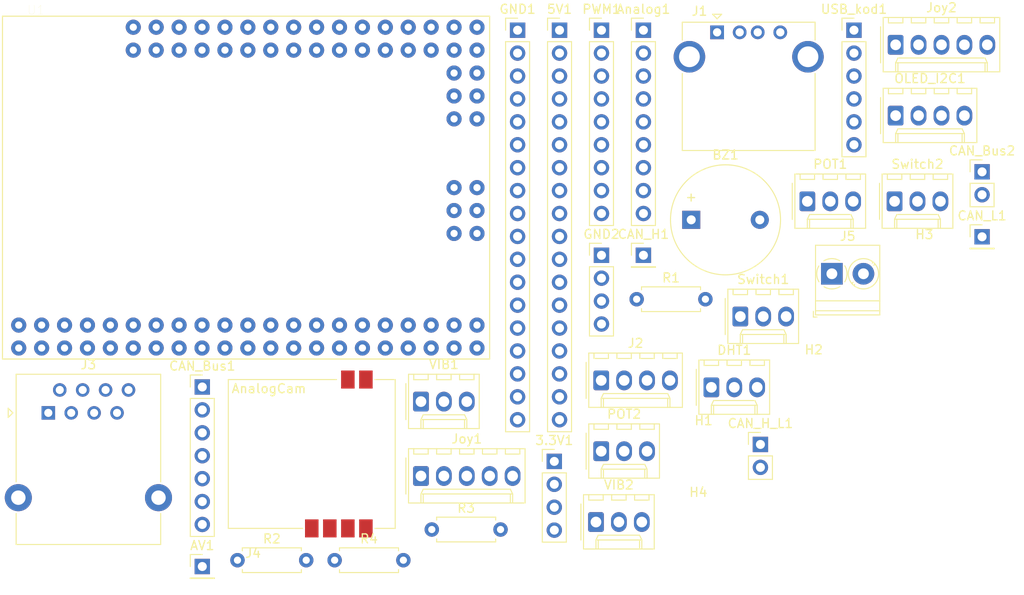
<source format=kicad_pcb>
(kicad_pcb (version 20171130) (host pcbnew "(5.1.10)-1")

  (general
    (thickness 1.6)
    (drawings 0)
    (tracks 0)
    (zones 0)
    (modules 38)
    (nets 95)
  )

  (page A4)
  (layers
    (0 F.Cu signal)
    (31 B.Cu signal)
    (32 B.Adhes user)
    (33 F.Adhes user)
    (34 B.Paste user)
    (35 F.Paste user)
    (36 B.SilkS user)
    (37 F.SilkS user)
    (38 B.Mask user)
    (39 F.Mask user)
    (40 Dwgs.User user)
    (41 Cmts.User user)
    (42 Eco1.User user)
    (43 Eco2.User user)
    (44 Edge.Cuts user)
    (45 Margin user)
    (46 B.CrtYd user)
    (47 F.CrtYd user)
    (48 B.Fab user)
    (49 F.Fab user)
  )

  (setup
    (last_trace_width 0.25)
    (trace_clearance 0.2)
    (zone_clearance 0.508)
    (zone_45_only no)
    (trace_min 0.2)
    (via_size 0.8)
    (via_drill 0.4)
    (via_min_size 0.4)
    (via_min_drill 0.3)
    (uvia_size 0.3)
    (uvia_drill 0.1)
    (uvias_allowed no)
    (uvia_min_size 0.2)
    (uvia_min_drill 0.1)
    (edge_width 0.05)
    (segment_width 0.2)
    (pcb_text_width 0.3)
    (pcb_text_size 1.5 1.5)
    (mod_edge_width 0.12)
    (mod_text_size 1 1)
    (mod_text_width 0.15)
    (pad_size 1.524 1.524)
    (pad_drill 0.762)
    (pad_to_mask_clearance 0)
    (aux_axis_origin 0 0)
    (visible_elements FFFFFF7F)
    (pcbplotparams
      (layerselection 0x010fc_ffffffff)
      (usegerberextensions false)
      (usegerberattributes true)
      (usegerberadvancedattributes true)
      (creategerberjobfile true)
      (excludeedgelayer true)
      (linewidth 0.100000)
      (plotframeref false)
      (viasonmask false)
      (mode 1)
      (useauxorigin false)
      (hpglpennumber 1)
      (hpglpenspeed 20)
      (hpglpendiameter 15.000000)
      (psnegative false)
      (psa4output false)
      (plotreference true)
      (plotvalue true)
      (plotinvisibletext false)
      (padsonsilk false)
      (subtractmaskfromsilk false)
      (outputformat 1)
      (mirror false)
      (drillshape 1)
      (scaleselection 1)
      (outputdirectory ""))
  )

  (net 0 "")
  (net 1 3.3V)
  (net 2 VBUS)
  (net 3 A5)
  (net 4 A7)
  (net 5 A8)
  (net 6 A9)
  (net 7 A10)
  (net 8 A11)
  (net 9 A12)
  (net 10 A13)
  (net 11 A14)
  (net 12 AV)
  (net 13 D10)
  (net 14 "Net-(BZ1-Pad2)")
  (net 15 /INT)
  (net 16 /SCK)
  (net 17 /SI)
  (net 18 /SO)
  (net 19 /D8)
  (net 20 GND)
  (net 21 /CAN_L)
  (net 22 /CAN_H)
  (net 23 "Net-(CAN_H_L1-Pad1)")
  (net 24 /D15)
  (net 25 "Net-(J1-Pad5)")
  (net 26 AD-)
  (net 27 AD+)
  (net 28 TX)
  (net 29 RX)
  (net 30 "Net-(J3-Pad7)")
  (net 31 "Net-(J3-Pad1)")
  (net 32 "Net-(J3-Pad2)")
  (net 33 "Net-(J3-Pad8)")
  (net 34 VIN)
  (net 35 /SW)
  (net 36 /A1)
  (net 37 /A0)
  (net 38 /SDA)
  (net 39 /SCL)
  (net 40 /A4)
  (net 41 /A6)
  (net 42 D46)
  (net 43 D45)
  (net 44 D44)
  (net 45 D13)
  (net 46 D12)
  (net 47 D11)
  (net 48 D7)
  (net 49 D5)
  (net 50 D4)
  (net 51 "Net-(R1-Pad1)")
  (net 52 "Net-(R3-Pad1)")
  (net 53 /D18)
  (net 54 /D19)
  (net 55 "Net-(U1-PadRST)")
  (net 56 "Net-(U1-PadAREF)")
  (net 57 "Net-(U1-PadRX)")
  (net 58 "Net-(U1-PadTX)")
  (net 59 /D9)
  (net 60 /D6)
  (net 61 "Net-(U1-PadD14)")
  (net 62 "Net-(U1-PadD23)")
  (net 63 "Net-(U1-PadD25)")
  (net 64 "Net-(U1-PadD27)")
  (net 65 "Net-(U1-PadD29)")
  (net 66 "Net-(U1-PadD31)")
  (net 67 "Net-(U1-PadD30)")
  (net 68 "Net-(U1-PadD28)")
  (net 69 "Net-(U1-PadD26)")
  (net 70 "Net-(U1-PadD24)")
  (net 71 "Net-(U1-PadD22)")
  (net 72 "Net-(U1-PadA15)")
  (net 73 "Net-(U1-PadD32)")
  (net 74 "Net-(U1-PadD33)")
  (net 75 "Net-(U1-PadD34)")
  (net 76 "Net-(U1-PadD35)")
  (net 77 "Net-(U1-PadD36)")
  (net 78 "Net-(U1-PadD37)")
  (net 79 "Net-(U1-PadD38)")
  (net 80 "Net-(U1-PadD39)")
  (net 81 "Net-(U1-PadD40)")
  (net 82 "Net-(U1-PadD41)")
  (net 83 "Net-(U1-PadD42)")
  (net 84 "Net-(U1-PadD43)")
  (net 85 "Net-(U1-PadD45)")
  (net 86 "Net-(U1-PadD48)")
  (net 87 "Net-(U1-PadD49)")
  (net 88 "Net-(U1-PadD51)")
  (net 89 "Net-(U1-PadD50)")
  (net 90 "Net-(U1-PadD52)")
  (net 91 "Net-(U1-PadD53)")
  (net 92 DTR)
  (net 93 "Net-(USB_kod1-Pad1)")
  (net 94 5v)

  (net_class Default "This is the default net class."
    (clearance 0.2)
    (trace_width 0.25)
    (via_dia 0.8)
    (via_drill 0.4)
    (uvia_dia 0.3)
    (uvia_drill 0.1)
    (add_net /A0)
    (add_net /A1)
    (add_net /A4)
    (add_net /A6)
    (add_net /CAN_H)
    (add_net /CAN_L)
    (add_net /D15)
    (add_net /D18)
    (add_net /D19)
    (add_net /D6)
    (add_net /D8)
    (add_net /D9)
    (add_net /INT)
    (add_net /SCK)
    (add_net /SCL)
    (add_net /SDA)
    (add_net /SI)
    (add_net /SO)
    (add_net /SW)
    (add_net 3.3V)
    (add_net 5v)
    (add_net A10)
    (add_net A11)
    (add_net A12)
    (add_net A13)
    (add_net A14)
    (add_net A5)
    (add_net A7)
    (add_net A8)
    (add_net A9)
    (add_net AD+)
    (add_net AD-)
    (add_net AV)
    (add_net D10)
    (add_net D11)
    (add_net D12)
    (add_net D13)
    (add_net D4)
    (add_net D44)
    (add_net D45)
    (add_net D46)
    (add_net D5)
    (add_net D7)
    (add_net DTR)
    (add_net GND)
    (add_net "Net-(BZ1-Pad2)")
    (add_net "Net-(CAN_H_L1-Pad1)")
    (add_net "Net-(J1-Pad5)")
    (add_net "Net-(J3-Pad1)")
    (add_net "Net-(J3-Pad2)")
    (add_net "Net-(J3-Pad7)")
    (add_net "Net-(J3-Pad8)")
    (add_net "Net-(R1-Pad1)")
    (add_net "Net-(R3-Pad1)")
    (add_net "Net-(U1-PadA15)")
    (add_net "Net-(U1-PadAREF)")
    (add_net "Net-(U1-PadD14)")
    (add_net "Net-(U1-PadD22)")
    (add_net "Net-(U1-PadD23)")
    (add_net "Net-(U1-PadD24)")
    (add_net "Net-(U1-PadD25)")
    (add_net "Net-(U1-PadD26)")
    (add_net "Net-(U1-PadD27)")
    (add_net "Net-(U1-PadD28)")
    (add_net "Net-(U1-PadD29)")
    (add_net "Net-(U1-PadD30)")
    (add_net "Net-(U1-PadD31)")
    (add_net "Net-(U1-PadD32)")
    (add_net "Net-(U1-PadD33)")
    (add_net "Net-(U1-PadD34)")
    (add_net "Net-(U1-PadD35)")
    (add_net "Net-(U1-PadD36)")
    (add_net "Net-(U1-PadD37)")
    (add_net "Net-(U1-PadD38)")
    (add_net "Net-(U1-PadD39)")
    (add_net "Net-(U1-PadD40)")
    (add_net "Net-(U1-PadD41)")
    (add_net "Net-(U1-PadD42)")
    (add_net "Net-(U1-PadD43)")
    (add_net "Net-(U1-PadD45)")
    (add_net "Net-(U1-PadD48)")
    (add_net "Net-(U1-PadD49)")
    (add_net "Net-(U1-PadD50)")
    (add_net "Net-(U1-PadD51)")
    (add_net "Net-(U1-PadD52)")
    (add_net "Net-(U1-PadD53)")
    (add_net "Net-(U1-PadRST)")
    (add_net "Net-(U1-PadRX)")
    (add_net "Net-(U1-PadTX)")
    (add_net "Net-(USB_kod1-Pad1)")
    (add_net RX)
    (add_net TX)
    (add_net VBUS)
    (add_net VIN)
  )

  (module Connector_PinHeader_2.54mm:PinHeader_1x04_P2.54mm_Vertical (layer F.Cu) (tedit 59FED5CC) (tstamp 60CF897A)
    (at 155.945001 112.125001)
    (descr "Through hole straight pin header, 1x04, 2.54mm pitch, single row")
    (tags "Through hole pin header THT 1x04 2.54mm single row")
    (path /611D9033)
    (fp_text reference 3.3V1 (at 0 -2.33) (layer F.SilkS)
      (effects (font (size 1 1) (thickness 0.15)))
    )
    (fp_text value Conn_01x04 (at 0 9.95) (layer F.Fab)
      (effects (font (size 1 1) (thickness 0.15)))
    )
    (fp_text user %R (at 0 3.81 90) (layer F.Fab)
      (effects (font (size 1 1) (thickness 0.15)))
    )
    (fp_line (start -0.635 -1.27) (end 1.27 -1.27) (layer F.Fab) (width 0.1))
    (fp_line (start 1.27 -1.27) (end 1.27 8.89) (layer F.Fab) (width 0.1))
    (fp_line (start 1.27 8.89) (end -1.27 8.89) (layer F.Fab) (width 0.1))
    (fp_line (start -1.27 8.89) (end -1.27 -0.635) (layer F.Fab) (width 0.1))
    (fp_line (start -1.27 -0.635) (end -0.635 -1.27) (layer F.Fab) (width 0.1))
    (fp_line (start -1.33 8.95) (end 1.33 8.95) (layer F.SilkS) (width 0.12))
    (fp_line (start -1.33 1.27) (end -1.33 8.95) (layer F.SilkS) (width 0.12))
    (fp_line (start 1.33 1.27) (end 1.33 8.95) (layer F.SilkS) (width 0.12))
    (fp_line (start -1.33 1.27) (end 1.33 1.27) (layer F.SilkS) (width 0.12))
    (fp_line (start -1.33 0) (end -1.33 -1.33) (layer F.SilkS) (width 0.12))
    (fp_line (start -1.33 -1.33) (end 0 -1.33) (layer F.SilkS) (width 0.12))
    (fp_line (start -1.8 -1.8) (end -1.8 9.4) (layer F.CrtYd) (width 0.05))
    (fp_line (start -1.8 9.4) (end 1.8 9.4) (layer F.CrtYd) (width 0.05))
    (fp_line (start 1.8 9.4) (end 1.8 -1.8) (layer F.CrtYd) (width 0.05))
    (fp_line (start 1.8 -1.8) (end -1.8 -1.8) (layer F.CrtYd) (width 0.05))
    (pad 4 thru_hole oval (at 0 7.62) (size 1.7 1.7) (drill 1) (layers *.Cu *.Mask)
      (net 1 3.3V))
    (pad 3 thru_hole oval (at 0 5.08) (size 1.7 1.7) (drill 1) (layers *.Cu *.Mask)
      (net 1 3.3V))
    (pad 2 thru_hole oval (at 0 2.54) (size 1.7 1.7) (drill 1) (layers *.Cu *.Mask)
      (net 1 3.3V))
    (pad 1 thru_hole rect (at 0 0) (size 1.7 1.7) (drill 1) (layers *.Cu *.Mask)
      (net 1 3.3V))
    (model ${KISYS3DMOD}/Connector_PinHeader_2.54mm.3dshapes/PinHeader_1x04_P2.54mm_Vertical.wrl
      (at (xyz 0 0 0))
      (scale (xyz 1 1 1))
      (rotate (xyz 0 0 0))
    )
  )

  (module Connector_PinHeader_2.54mm:PinHeader_1x18_P2.54mm_Vertical (layer F.Cu) (tedit 59FED5CC) (tstamp 60CF89A0)
    (at 156.525001 64.325001)
    (descr "Through hole straight pin header, 1x18, 2.54mm pitch, single row")
    (tags "Through hole pin header THT 1x18 2.54mm single row")
    (path /60FFDBCE)
    (fp_text reference 5V1 (at 0 -2.33) (layer F.SilkS)
      (effects (font (size 1 1) (thickness 0.15)))
    )
    (fp_text value Conn_01x18 (at 0 45.51) (layer F.Fab)
      (effects (font (size 1 1) (thickness 0.15)))
    )
    (fp_line (start 1.8 -1.8) (end -1.8 -1.8) (layer F.CrtYd) (width 0.05))
    (fp_line (start 1.8 44.95) (end 1.8 -1.8) (layer F.CrtYd) (width 0.05))
    (fp_line (start -1.8 44.95) (end 1.8 44.95) (layer F.CrtYd) (width 0.05))
    (fp_line (start -1.8 -1.8) (end -1.8 44.95) (layer F.CrtYd) (width 0.05))
    (fp_line (start -1.33 -1.33) (end 0 -1.33) (layer F.SilkS) (width 0.12))
    (fp_line (start -1.33 0) (end -1.33 -1.33) (layer F.SilkS) (width 0.12))
    (fp_line (start -1.33 1.27) (end 1.33 1.27) (layer F.SilkS) (width 0.12))
    (fp_line (start 1.33 1.27) (end 1.33 44.51) (layer F.SilkS) (width 0.12))
    (fp_line (start -1.33 1.27) (end -1.33 44.51) (layer F.SilkS) (width 0.12))
    (fp_line (start -1.33 44.51) (end 1.33 44.51) (layer F.SilkS) (width 0.12))
    (fp_line (start -1.27 -0.635) (end -0.635 -1.27) (layer F.Fab) (width 0.1))
    (fp_line (start -1.27 44.45) (end -1.27 -0.635) (layer F.Fab) (width 0.1))
    (fp_line (start 1.27 44.45) (end -1.27 44.45) (layer F.Fab) (width 0.1))
    (fp_line (start 1.27 -1.27) (end 1.27 44.45) (layer F.Fab) (width 0.1))
    (fp_line (start -0.635 -1.27) (end 1.27 -1.27) (layer F.Fab) (width 0.1))
    (fp_text user %R (at 0 21.59 90) (layer F.Fab)
      (effects (font (size 1 1) (thickness 0.15)))
    )
    (pad 1 thru_hole rect (at 0 0) (size 1.7 1.7) (drill 1) (layers *.Cu *.Mask)
      (net 2 VBUS))
    (pad 2 thru_hole oval (at 0 2.54) (size 1.7 1.7) (drill 1) (layers *.Cu *.Mask)
      (net 2 VBUS))
    (pad 3 thru_hole oval (at 0 5.08) (size 1.7 1.7) (drill 1) (layers *.Cu *.Mask)
      (net 2 VBUS))
    (pad 4 thru_hole oval (at 0 7.62) (size 1.7 1.7) (drill 1) (layers *.Cu *.Mask)
      (net 2 VBUS))
    (pad 5 thru_hole oval (at 0 10.16) (size 1.7 1.7) (drill 1) (layers *.Cu *.Mask)
      (net 2 VBUS))
    (pad 6 thru_hole oval (at 0 12.7) (size 1.7 1.7) (drill 1) (layers *.Cu *.Mask)
      (net 2 VBUS))
    (pad 7 thru_hole oval (at 0 15.24) (size 1.7 1.7) (drill 1) (layers *.Cu *.Mask)
      (net 2 VBUS))
    (pad 8 thru_hole oval (at 0 17.78) (size 1.7 1.7) (drill 1) (layers *.Cu *.Mask)
      (net 2 VBUS))
    (pad 9 thru_hole oval (at 0 20.32) (size 1.7 1.7) (drill 1) (layers *.Cu *.Mask)
      (net 2 VBUS))
    (pad 10 thru_hole oval (at 0 22.86) (size 1.7 1.7) (drill 1) (layers *.Cu *.Mask)
      (net 2 VBUS))
    (pad 11 thru_hole oval (at 0 25.4) (size 1.7 1.7) (drill 1) (layers *.Cu *.Mask)
      (net 2 VBUS))
    (pad 12 thru_hole oval (at 0 27.94) (size 1.7 1.7) (drill 1) (layers *.Cu *.Mask)
      (net 2 VBUS))
    (pad 13 thru_hole oval (at 0 30.48) (size 1.7 1.7) (drill 1) (layers *.Cu *.Mask)
      (net 2 VBUS))
    (pad 14 thru_hole oval (at 0 33.02) (size 1.7 1.7) (drill 1) (layers *.Cu *.Mask)
      (net 2 VBUS))
    (pad 15 thru_hole oval (at 0 35.56) (size 1.7 1.7) (drill 1) (layers *.Cu *.Mask)
      (net 2 VBUS))
    (pad 16 thru_hole oval (at 0 38.1) (size 1.7 1.7) (drill 1) (layers *.Cu *.Mask)
      (net 2 VBUS))
    (pad 17 thru_hole oval (at 0 40.64) (size 1.7 1.7) (drill 1) (layers *.Cu *.Mask)
      (net 2 VBUS))
    (pad 18 thru_hole oval (at 0 43.18) (size 1.7 1.7) (drill 1) (layers *.Cu *.Mask)
      (net 2 VBUS))
    (model ${KISYS3DMOD}/Connector_PinHeader_2.54mm.3dshapes/PinHeader_1x18_P2.54mm_Vertical.wrl
      (at (xyz 0 0 0))
      (scale (xyz 1 1 1))
      (rotate (xyz 0 0 0))
    )
  )

  (module Connector_PinHeader_2.54mm:PinHeader_1x09_P2.54mm_Vertical (layer F.Cu) (tedit 59FED5CC) (tstamp 60CF89BD)
    (at 165.825001 64.325001)
    (descr "Through hole straight pin header, 1x09, 2.54mm pitch, single row")
    (tags "Through hole pin header THT 1x09 2.54mm single row")
    (path /60DE18A7)
    (fp_text reference Analog1 (at 0 -2.33) (layer F.SilkS)
      (effects (font (size 1 1) (thickness 0.15)))
    )
    (fp_text value Conn_01x09 (at 0 22.65) (layer F.Fab)
      (effects (font (size 1 1) (thickness 0.15)))
    )
    (fp_line (start 1.8 -1.8) (end -1.8 -1.8) (layer F.CrtYd) (width 0.05))
    (fp_line (start 1.8 22.1) (end 1.8 -1.8) (layer F.CrtYd) (width 0.05))
    (fp_line (start -1.8 22.1) (end 1.8 22.1) (layer F.CrtYd) (width 0.05))
    (fp_line (start -1.8 -1.8) (end -1.8 22.1) (layer F.CrtYd) (width 0.05))
    (fp_line (start -1.33 -1.33) (end 0 -1.33) (layer F.SilkS) (width 0.12))
    (fp_line (start -1.33 0) (end -1.33 -1.33) (layer F.SilkS) (width 0.12))
    (fp_line (start -1.33 1.27) (end 1.33 1.27) (layer F.SilkS) (width 0.12))
    (fp_line (start 1.33 1.27) (end 1.33 21.65) (layer F.SilkS) (width 0.12))
    (fp_line (start -1.33 1.27) (end -1.33 21.65) (layer F.SilkS) (width 0.12))
    (fp_line (start -1.33 21.65) (end 1.33 21.65) (layer F.SilkS) (width 0.12))
    (fp_line (start -1.27 -0.635) (end -0.635 -1.27) (layer F.Fab) (width 0.1))
    (fp_line (start -1.27 21.59) (end -1.27 -0.635) (layer F.Fab) (width 0.1))
    (fp_line (start 1.27 21.59) (end -1.27 21.59) (layer F.Fab) (width 0.1))
    (fp_line (start 1.27 -1.27) (end 1.27 21.59) (layer F.Fab) (width 0.1))
    (fp_line (start -0.635 -1.27) (end 1.27 -1.27) (layer F.Fab) (width 0.1))
    (fp_text user %R (at 0 10.16 90) (layer F.Fab)
      (effects (font (size 1 1) (thickness 0.15)))
    )
    (pad 1 thru_hole rect (at 0 0) (size 1.7 1.7) (drill 1) (layers *.Cu *.Mask)
      (net 3 A5))
    (pad 2 thru_hole oval (at 0 2.54) (size 1.7 1.7) (drill 1) (layers *.Cu *.Mask)
      (net 4 A7))
    (pad 3 thru_hole oval (at 0 5.08) (size 1.7 1.7) (drill 1) (layers *.Cu *.Mask)
      (net 5 A8))
    (pad 4 thru_hole oval (at 0 7.62) (size 1.7 1.7) (drill 1) (layers *.Cu *.Mask)
      (net 6 A9))
    (pad 5 thru_hole oval (at 0 10.16) (size 1.7 1.7) (drill 1) (layers *.Cu *.Mask)
      (net 7 A10))
    (pad 6 thru_hole oval (at 0 12.7) (size 1.7 1.7) (drill 1) (layers *.Cu *.Mask)
      (net 8 A11))
    (pad 7 thru_hole oval (at 0 15.24) (size 1.7 1.7) (drill 1) (layers *.Cu *.Mask)
      (net 9 A12))
    (pad 8 thru_hole oval (at 0 17.78) (size 1.7 1.7) (drill 1) (layers *.Cu *.Mask)
      (net 10 A13))
    (pad 9 thru_hole oval (at 0 20.32) (size 1.7 1.7) (drill 1) (layers *.Cu *.Mask)
      (net 11 A14))
    (model ${KISYS3DMOD}/Connector_PinHeader_2.54mm.3dshapes/PinHeader_1x09_P2.54mm_Vertical.wrl
      (at (xyz 0 0 0))
      (scale (xyz 1 1 1))
      (rotate (xyz 0 0 0))
    )
  )

  (module Connector_PinHeader_2.54mm:PinHeader_1x01_P2.54mm_Vertical (layer F.Cu) (tedit 59FED5CC) (tstamp 60CF89D2)
    (at 116.925001 123.775001)
    (descr "Through hole straight pin header, 1x01, 2.54mm pitch, single row")
    (tags "Through hole pin header THT 1x01 2.54mm single row")
    (path /611A97CB)
    (fp_text reference AV1 (at 0 -2.33) (layer F.SilkS)
      (effects (font (size 1 1) (thickness 0.15)))
    )
    (fp_text value Conn_01x01 (at 0 2.33) (layer F.Fab)
      (effects (font (size 1 1) (thickness 0.15)))
    )
    (fp_line (start 1.8 -1.8) (end -1.8 -1.8) (layer F.CrtYd) (width 0.05))
    (fp_line (start 1.8 1.8) (end 1.8 -1.8) (layer F.CrtYd) (width 0.05))
    (fp_line (start -1.8 1.8) (end 1.8 1.8) (layer F.CrtYd) (width 0.05))
    (fp_line (start -1.8 -1.8) (end -1.8 1.8) (layer F.CrtYd) (width 0.05))
    (fp_line (start -1.33 -1.33) (end 0 -1.33) (layer F.SilkS) (width 0.12))
    (fp_line (start -1.33 0) (end -1.33 -1.33) (layer F.SilkS) (width 0.12))
    (fp_line (start -1.33 1.27) (end 1.33 1.27) (layer F.SilkS) (width 0.12))
    (fp_line (start 1.33 1.27) (end 1.33 1.33) (layer F.SilkS) (width 0.12))
    (fp_line (start -1.33 1.27) (end -1.33 1.33) (layer F.SilkS) (width 0.12))
    (fp_line (start -1.33 1.33) (end 1.33 1.33) (layer F.SilkS) (width 0.12))
    (fp_line (start -1.27 -0.635) (end -0.635 -1.27) (layer F.Fab) (width 0.1))
    (fp_line (start -1.27 1.27) (end -1.27 -0.635) (layer F.Fab) (width 0.1))
    (fp_line (start 1.27 1.27) (end -1.27 1.27) (layer F.Fab) (width 0.1))
    (fp_line (start 1.27 -1.27) (end 1.27 1.27) (layer F.Fab) (width 0.1))
    (fp_line (start -0.635 -1.27) (end 1.27 -1.27) (layer F.Fab) (width 0.1))
    (fp_text user %R (at 0 0 90) (layer F.Fab)
      (effects (font (size 1 1) (thickness 0.15)))
    )
    (pad 1 thru_hole rect (at 0 0) (size 1.7 1.7) (drill 1) (layers *.Cu *.Mask)
      (net 12 AV))
    (model ${KISYS3DMOD}/Connector_PinHeader_2.54mm.3dshapes/PinHeader_1x01_P2.54mm_Vertical.wrl
      (at (xyz 0 0 0))
      (scale (xyz 1 1 1))
      (rotate (xyz 0 0 0))
    )
  )

  (module Buzzer_Beeper:Buzzer_12x9.5RM7.6 (layer F.Cu) (tedit 5A030281) (tstamp 60CF89DF)
    (at 171.125001 85.345001)
    (descr "Generic Buzzer, D12mm height 9.5mm with RM7.6mm")
    (tags buzzer)
    (path /60D7E000)
    (fp_text reference BZ1 (at 3.8 -7.2) (layer F.SilkS)
      (effects (font (size 1 1) (thickness 0.15)))
    )
    (fp_text value Buzzer (at 3.8 7.4) (layer F.Fab)
      (effects (font (size 1 1) (thickness 0.15)))
    )
    (fp_circle (center 3.8 0) (end 9.9 0) (layer F.SilkS) (width 0.12))
    (fp_circle (center 3.8 0) (end 4.8 0) (layer F.Fab) (width 0.1))
    (fp_circle (center 3.8 0) (end 9.8 0) (layer F.Fab) (width 0.1))
    (fp_circle (center 3.8 0) (end 10.05 0) (layer F.CrtYd) (width 0.05))
    (fp_text user + (at -0.01 -2.54) (layer F.Fab)
      (effects (font (size 1 1) (thickness 0.15)))
    )
    (fp_text user + (at -0.01 -2.54) (layer F.SilkS)
      (effects (font (size 1 1) (thickness 0.15)))
    )
    (fp_text user %R (at 3.8 -4) (layer F.Fab)
      (effects (font (size 1 1) (thickness 0.15)))
    )
    (pad 1 thru_hole rect (at 0 0) (size 2 2) (drill 1) (layers *.Cu *.Mask)
      (net 13 D10))
    (pad 2 thru_hole circle (at 7.6 0) (size 2 2) (drill 1) (layers *.Cu *.Mask)
      (net 14 "Net-(BZ1-Pad2)"))
    (model ${KISYS3DMOD}/Buzzer_Beeper.3dshapes/Buzzer_12x9.5RM7.6.wrl
      (at (xyz 0 0 0))
      (scale (xyz 1 1 1))
      (rotate (xyz 0 0 0))
    )
  )

  (module Connector_PinHeader_2.54mm:PinHeader_1x07_P2.54mm_Vertical (layer F.Cu) (tedit 59FED5CC) (tstamp 60CF89FA)
    (at 116.925001 103.875001)
    (descr "Through hole straight pin header, 1x07, 2.54mm pitch, single row")
    (tags "Through hole pin header THT 1x07 2.54mm single row")
    (path /60C799FE)
    (fp_text reference CAN_Bus1 (at 0 -2.33) (layer F.SilkS)
      (effects (font (size 1 1) (thickness 0.15)))
    )
    (fp_text value Conn_01x07 (at 0 17.57) (layer F.Fab)
      (effects (font (size 1 1) (thickness 0.15)))
    )
    (fp_line (start 1.8 -1.8) (end -1.8 -1.8) (layer F.CrtYd) (width 0.05))
    (fp_line (start 1.8 17.05) (end 1.8 -1.8) (layer F.CrtYd) (width 0.05))
    (fp_line (start -1.8 17.05) (end 1.8 17.05) (layer F.CrtYd) (width 0.05))
    (fp_line (start -1.8 -1.8) (end -1.8 17.05) (layer F.CrtYd) (width 0.05))
    (fp_line (start -1.33 -1.33) (end 0 -1.33) (layer F.SilkS) (width 0.12))
    (fp_line (start -1.33 0) (end -1.33 -1.33) (layer F.SilkS) (width 0.12))
    (fp_line (start -1.33 1.27) (end 1.33 1.27) (layer F.SilkS) (width 0.12))
    (fp_line (start 1.33 1.27) (end 1.33 16.57) (layer F.SilkS) (width 0.12))
    (fp_line (start -1.33 1.27) (end -1.33 16.57) (layer F.SilkS) (width 0.12))
    (fp_line (start -1.33 16.57) (end 1.33 16.57) (layer F.SilkS) (width 0.12))
    (fp_line (start -1.27 -0.635) (end -0.635 -1.27) (layer F.Fab) (width 0.1))
    (fp_line (start -1.27 16.51) (end -1.27 -0.635) (layer F.Fab) (width 0.1))
    (fp_line (start 1.27 16.51) (end -1.27 16.51) (layer F.Fab) (width 0.1))
    (fp_line (start 1.27 -1.27) (end 1.27 16.51) (layer F.Fab) (width 0.1))
    (fp_line (start -0.635 -1.27) (end 1.27 -1.27) (layer F.Fab) (width 0.1))
    (fp_text user %R (at 0 7.62 90) (layer F.Fab)
      (effects (font (size 1 1) (thickness 0.15)))
    )
    (pad 1 thru_hole rect (at 0 0) (size 1.7 1.7) (drill 1) (layers *.Cu *.Mask)
      (net 15 /INT))
    (pad 2 thru_hole oval (at 0 2.54) (size 1.7 1.7) (drill 1) (layers *.Cu *.Mask)
      (net 16 /SCK))
    (pad 3 thru_hole oval (at 0 5.08) (size 1.7 1.7) (drill 1) (layers *.Cu *.Mask)
      (net 17 /SI))
    (pad 4 thru_hole oval (at 0 7.62) (size 1.7 1.7) (drill 1) (layers *.Cu *.Mask)
      (net 18 /SO))
    (pad 5 thru_hole oval (at 0 10.16) (size 1.7 1.7) (drill 1) (layers *.Cu *.Mask)
      (net 19 /D8))
    (pad 6 thru_hole oval (at 0 12.7) (size 1.7 1.7) (drill 1) (layers *.Cu *.Mask)
      (net 20 GND))
    (pad 7 thru_hole oval (at 0 15.24) (size 1.7 1.7) (drill 1) (layers *.Cu *.Mask)
      (net 2 VBUS))
    (model ${KISYS3DMOD}/Connector_PinHeader_2.54mm.3dshapes/PinHeader_1x07_P2.54mm_Vertical.wrl
      (at (xyz 0 0 0))
      (scale (xyz 1 1 1))
      (rotate (xyz 0 0 0))
    )
  )

  (module Connector_PinHeader_2.54mm:PinHeader_1x02_P2.54mm_Vertical (layer F.Cu) (tedit 59FED5CC) (tstamp 60CF8A10)
    (at 203.365001 80.025001)
    (descr "Through hole straight pin header, 1x02, 2.54mm pitch, single row")
    (tags "Through hole pin header THT 1x02 2.54mm single row")
    (path /60C7B460)
    (fp_text reference CAN_Bus2 (at 0 -2.33) (layer F.SilkS)
      (effects (font (size 1 1) (thickness 0.15)))
    )
    (fp_text value Conn_01x02 (at 0 4.87) (layer F.Fab)
      (effects (font (size 1 1) (thickness 0.15)))
    )
    (fp_text user %R (at 0 1.27 90) (layer F.Fab)
      (effects (font (size 1 1) (thickness 0.15)))
    )
    (fp_line (start -0.635 -1.27) (end 1.27 -1.27) (layer F.Fab) (width 0.1))
    (fp_line (start 1.27 -1.27) (end 1.27 3.81) (layer F.Fab) (width 0.1))
    (fp_line (start 1.27 3.81) (end -1.27 3.81) (layer F.Fab) (width 0.1))
    (fp_line (start -1.27 3.81) (end -1.27 -0.635) (layer F.Fab) (width 0.1))
    (fp_line (start -1.27 -0.635) (end -0.635 -1.27) (layer F.Fab) (width 0.1))
    (fp_line (start -1.33 3.87) (end 1.33 3.87) (layer F.SilkS) (width 0.12))
    (fp_line (start -1.33 1.27) (end -1.33 3.87) (layer F.SilkS) (width 0.12))
    (fp_line (start 1.33 1.27) (end 1.33 3.87) (layer F.SilkS) (width 0.12))
    (fp_line (start -1.33 1.27) (end 1.33 1.27) (layer F.SilkS) (width 0.12))
    (fp_line (start -1.33 0) (end -1.33 -1.33) (layer F.SilkS) (width 0.12))
    (fp_line (start -1.33 -1.33) (end 0 -1.33) (layer F.SilkS) (width 0.12))
    (fp_line (start -1.8 -1.8) (end -1.8 4.35) (layer F.CrtYd) (width 0.05))
    (fp_line (start -1.8 4.35) (end 1.8 4.35) (layer F.CrtYd) (width 0.05))
    (fp_line (start 1.8 4.35) (end 1.8 -1.8) (layer F.CrtYd) (width 0.05))
    (fp_line (start 1.8 -1.8) (end -1.8 -1.8) (layer F.CrtYd) (width 0.05))
    (pad 2 thru_hole oval (at 0 2.54) (size 1.7 1.7) (drill 1) (layers *.Cu *.Mask)
      (net 21 /CAN_L))
    (pad 1 thru_hole rect (at 0 0) (size 1.7 1.7) (drill 1) (layers *.Cu *.Mask)
      (net 22 /CAN_H))
    (model ${KISYS3DMOD}/Connector_PinHeader_2.54mm.3dshapes/PinHeader_1x02_P2.54mm_Vertical.wrl
      (at (xyz 0 0 0))
      (scale (xyz 1 1 1))
      (rotate (xyz 0 0 0))
    )
  )

  (module Connector_PinHeader_2.54mm:PinHeader_1x01_P2.54mm_Vertical (layer F.Cu) (tedit 59FED5CC) (tstamp 60CF8A25)
    (at 165.825001 89.275001)
    (descr "Through hole straight pin header, 1x01, 2.54mm pitch, single row")
    (tags "Through hole pin header THT 1x01 2.54mm single row")
    (path /611B5442)
    (fp_text reference CAN_H1 (at 0 -2.33) (layer F.SilkS)
      (effects (font (size 1 1) (thickness 0.15)))
    )
    (fp_text value Conn_01x01 (at 0 2.33) (layer F.Fab)
      (effects (font (size 1 1) (thickness 0.15)))
    )
    (fp_line (start 1.8 -1.8) (end -1.8 -1.8) (layer F.CrtYd) (width 0.05))
    (fp_line (start 1.8 1.8) (end 1.8 -1.8) (layer F.CrtYd) (width 0.05))
    (fp_line (start -1.8 1.8) (end 1.8 1.8) (layer F.CrtYd) (width 0.05))
    (fp_line (start -1.8 -1.8) (end -1.8 1.8) (layer F.CrtYd) (width 0.05))
    (fp_line (start -1.33 -1.33) (end 0 -1.33) (layer F.SilkS) (width 0.12))
    (fp_line (start -1.33 0) (end -1.33 -1.33) (layer F.SilkS) (width 0.12))
    (fp_line (start -1.33 1.27) (end 1.33 1.27) (layer F.SilkS) (width 0.12))
    (fp_line (start 1.33 1.27) (end 1.33 1.33) (layer F.SilkS) (width 0.12))
    (fp_line (start -1.33 1.27) (end -1.33 1.33) (layer F.SilkS) (width 0.12))
    (fp_line (start -1.33 1.33) (end 1.33 1.33) (layer F.SilkS) (width 0.12))
    (fp_line (start -1.27 -0.635) (end -0.635 -1.27) (layer F.Fab) (width 0.1))
    (fp_line (start -1.27 1.27) (end -1.27 -0.635) (layer F.Fab) (width 0.1))
    (fp_line (start 1.27 1.27) (end -1.27 1.27) (layer F.Fab) (width 0.1))
    (fp_line (start 1.27 -1.27) (end 1.27 1.27) (layer F.Fab) (width 0.1))
    (fp_line (start -0.635 -1.27) (end 1.27 -1.27) (layer F.Fab) (width 0.1))
    (fp_text user %R (at 0 0 90) (layer F.Fab)
      (effects (font (size 1 1) (thickness 0.15)))
    )
    (pad 1 thru_hole rect (at 0 0) (size 1.7 1.7) (drill 1) (layers *.Cu *.Mask)
      (net 22 /CAN_H))
    (model ${KISYS3DMOD}/Connector_PinHeader_2.54mm.3dshapes/PinHeader_1x01_P2.54mm_Vertical.wrl
      (at (xyz 0 0 0))
      (scale (xyz 1 1 1))
      (rotate (xyz 0 0 0))
    )
  )

  (module Connector_PinHeader_2.54mm:PinHeader_1x02_P2.54mm_Vertical (layer F.Cu) (tedit 59FED5CC) (tstamp 60CF8A3B)
    (at 178.795001 110.245001)
    (descr "Through hole straight pin header, 1x02, 2.54mm pitch, single row")
    (tags "Through hole pin header THT 1x02 2.54mm single row")
    (path /60C7C262)
    (fp_text reference CAN_H_L1 (at 0 -2.33) (layer F.SilkS)
      (effects (font (size 1 1) (thickness 0.15)))
    )
    (fp_text value Conn_01x02 (at 0 4.87) (layer F.Fab)
      (effects (font (size 1 1) (thickness 0.15)))
    )
    (fp_line (start 1.8 -1.8) (end -1.8 -1.8) (layer F.CrtYd) (width 0.05))
    (fp_line (start 1.8 4.35) (end 1.8 -1.8) (layer F.CrtYd) (width 0.05))
    (fp_line (start -1.8 4.35) (end 1.8 4.35) (layer F.CrtYd) (width 0.05))
    (fp_line (start -1.8 -1.8) (end -1.8 4.35) (layer F.CrtYd) (width 0.05))
    (fp_line (start -1.33 -1.33) (end 0 -1.33) (layer F.SilkS) (width 0.12))
    (fp_line (start -1.33 0) (end -1.33 -1.33) (layer F.SilkS) (width 0.12))
    (fp_line (start -1.33 1.27) (end 1.33 1.27) (layer F.SilkS) (width 0.12))
    (fp_line (start 1.33 1.27) (end 1.33 3.87) (layer F.SilkS) (width 0.12))
    (fp_line (start -1.33 1.27) (end -1.33 3.87) (layer F.SilkS) (width 0.12))
    (fp_line (start -1.33 3.87) (end 1.33 3.87) (layer F.SilkS) (width 0.12))
    (fp_line (start -1.27 -0.635) (end -0.635 -1.27) (layer F.Fab) (width 0.1))
    (fp_line (start -1.27 3.81) (end -1.27 -0.635) (layer F.Fab) (width 0.1))
    (fp_line (start 1.27 3.81) (end -1.27 3.81) (layer F.Fab) (width 0.1))
    (fp_line (start 1.27 -1.27) (end 1.27 3.81) (layer F.Fab) (width 0.1))
    (fp_line (start -0.635 -1.27) (end 1.27 -1.27) (layer F.Fab) (width 0.1))
    (fp_text user %R (at 0 1.27 90) (layer F.Fab)
      (effects (font (size 1 1) (thickness 0.15)))
    )
    (pad 1 thru_hole rect (at 0 0) (size 1.7 1.7) (drill 1) (layers *.Cu *.Mask)
      (net 23 "Net-(CAN_H_L1-Pad1)"))
    (pad 2 thru_hole oval (at 0 2.54) (size 1.7 1.7) (drill 1) (layers *.Cu *.Mask)
      (net 23 "Net-(CAN_H_L1-Pad1)"))
    (model ${KISYS3DMOD}/Connector_PinHeader_2.54mm.3dshapes/PinHeader_1x02_P2.54mm_Vertical.wrl
      (at (xyz 0 0 0))
      (scale (xyz 1 1 1))
      (rotate (xyz 0 0 0))
    )
  )

  (module Connector_PinHeader_2.54mm:PinHeader_1x01_P2.54mm_Vertical (layer F.Cu) (tedit 59FED5CC) (tstamp 60CF8A50)
    (at 203.365001 87.225001)
    (descr "Through hole straight pin header, 1x01, 2.54mm pitch, single row")
    (tags "Through hole pin header THT 1x01 2.54mm single row")
    (path /611AA2F2)
    (fp_text reference CAN_L1 (at 0 -2.33) (layer F.SilkS)
      (effects (font (size 1 1) (thickness 0.15)))
    )
    (fp_text value Conn_01x01 (at 0 2.33) (layer F.Fab)
      (effects (font (size 1 1) (thickness 0.15)))
    )
    (fp_text user %R (at 0 0 90) (layer F.Fab)
      (effects (font (size 1 1) (thickness 0.15)))
    )
    (fp_line (start -0.635 -1.27) (end 1.27 -1.27) (layer F.Fab) (width 0.1))
    (fp_line (start 1.27 -1.27) (end 1.27 1.27) (layer F.Fab) (width 0.1))
    (fp_line (start 1.27 1.27) (end -1.27 1.27) (layer F.Fab) (width 0.1))
    (fp_line (start -1.27 1.27) (end -1.27 -0.635) (layer F.Fab) (width 0.1))
    (fp_line (start -1.27 -0.635) (end -0.635 -1.27) (layer F.Fab) (width 0.1))
    (fp_line (start -1.33 1.33) (end 1.33 1.33) (layer F.SilkS) (width 0.12))
    (fp_line (start -1.33 1.27) (end -1.33 1.33) (layer F.SilkS) (width 0.12))
    (fp_line (start 1.33 1.27) (end 1.33 1.33) (layer F.SilkS) (width 0.12))
    (fp_line (start -1.33 1.27) (end 1.33 1.27) (layer F.SilkS) (width 0.12))
    (fp_line (start -1.33 0) (end -1.33 -1.33) (layer F.SilkS) (width 0.12))
    (fp_line (start -1.33 -1.33) (end 0 -1.33) (layer F.SilkS) (width 0.12))
    (fp_line (start -1.8 -1.8) (end -1.8 1.8) (layer F.CrtYd) (width 0.05))
    (fp_line (start -1.8 1.8) (end 1.8 1.8) (layer F.CrtYd) (width 0.05))
    (fp_line (start 1.8 1.8) (end 1.8 -1.8) (layer F.CrtYd) (width 0.05))
    (fp_line (start 1.8 -1.8) (end -1.8 -1.8) (layer F.CrtYd) (width 0.05))
    (pad 1 thru_hole rect (at 0 0) (size 1.7 1.7) (drill 1) (layers *.Cu *.Mask)
      (net 21 /CAN_L))
    (model ${KISYS3DMOD}/Connector_PinHeader_2.54mm.3dshapes/PinHeader_1x01_P2.54mm_Vertical.wrl
      (at (xyz 0 0 0))
      (scale (xyz 1 1 1))
      (rotate (xyz 0 0 0))
    )
  )

  (module Connector_Molex:Molex_KK-254_AE-6410-03A_1x03_P2.54mm_Vertical (layer F.Cu) (tedit 5EA53D3B) (tstamp 60CF8A78)
    (at 173.355001 103.915001)
    (descr "Molex KK-254 Interconnect System, old/engineering part number: AE-6410-03A example for new part number: 22-27-2031, 3 Pins (http://www.molex.com/pdm_docs/sd/022272021_sd.pdf), generated with kicad-footprint-generator")
    (tags "connector Molex KK-254 vertical")
    (path /60C63350)
    (fp_text reference DHT1 (at 2.54 -4.12) (layer F.SilkS)
      (effects (font (size 1 1) (thickness 0.15)))
    )
    (fp_text value Conn_01x03 (at 2.54 4.08) (layer F.Fab)
      (effects (font (size 1 1) (thickness 0.15)))
    )
    (fp_text user %R (at 2.54 -2.22) (layer F.Fab)
      (effects (font (size 1 1) (thickness 0.15)))
    )
    (fp_line (start -1.27 -2.92) (end -1.27 2.88) (layer F.Fab) (width 0.1))
    (fp_line (start -1.27 2.88) (end 6.35 2.88) (layer F.Fab) (width 0.1))
    (fp_line (start 6.35 2.88) (end 6.35 -2.92) (layer F.Fab) (width 0.1))
    (fp_line (start 6.35 -2.92) (end -1.27 -2.92) (layer F.Fab) (width 0.1))
    (fp_line (start -1.38 -3.03) (end -1.38 2.99) (layer F.SilkS) (width 0.12))
    (fp_line (start -1.38 2.99) (end 6.46 2.99) (layer F.SilkS) (width 0.12))
    (fp_line (start 6.46 2.99) (end 6.46 -3.03) (layer F.SilkS) (width 0.12))
    (fp_line (start 6.46 -3.03) (end -1.38 -3.03) (layer F.SilkS) (width 0.12))
    (fp_line (start -1.67 -2) (end -1.67 2) (layer F.SilkS) (width 0.12))
    (fp_line (start -1.27 -0.5) (end -0.562893 0) (layer F.Fab) (width 0.1))
    (fp_line (start -0.562893 0) (end -1.27 0.5) (layer F.Fab) (width 0.1))
    (fp_line (start 0 2.99) (end 0 1.99) (layer F.SilkS) (width 0.12))
    (fp_line (start 0 1.99) (end 5.08 1.99) (layer F.SilkS) (width 0.12))
    (fp_line (start 5.08 1.99) (end 5.08 2.99) (layer F.SilkS) (width 0.12))
    (fp_line (start 0 1.99) (end 0.25 1.46) (layer F.SilkS) (width 0.12))
    (fp_line (start 0.25 1.46) (end 4.83 1.46) (layer F.SilkS) (width 0.12))
    (fp_line (start 4.83 1.46) (end 5.08 1.99) (layer F.SilkS) (width 0.12))
    (fp_line (start 0.25 2.99) (end 0.25 1.99) (layer F.SilkS) (width 0.12))
    (fp_line (start 4.83 2.99) (end 4.83 1.99) (layer F.SilkS) (width 0.12))
    (fp_line (start -0.8 -3.03) (end -0.8 -2.43) (layer F.SilkS) (width 0.12))
    (fp_line (start -0.8 -2.43) (end 0.8 -2.43) (layer F.SilkS) (width 0.12))
    (fp_line (start 0.8 -2.43) (end 0.8 -3.03) (layer F.SilkS) (width 0.12))
    (fp_line (start 1.74 -3.03) (end 1.74 -2.43) (layer F.SilkS) (width 0.12))
    (fp_line (start 1.74 -2.43) (end 3.34 -2.43) (layer F.SilkS) (width 0.12))
    (fp_line (start 3.34 -2.43) (end 3.34 -3.03) (layer F.SilkS) (width 0.12))
    (fp_line (start 4.28 -3.03) (end 4.28 -2.43) (layer F.SilkS) (width 0.12))
    (fp_line (start 4.28 -2.43) (end 5.88 -2.43) (layer F.SilkS) (width 0.12))
    (fp_line (start 5.88 -2.43) (end 5.88 -3.03) (layer F.SilkS) (width 0.12))
    (fp_line (start -1.77 -3.42) (end -1.77 3.38) (layer F.CrtYd) (width 0.05))
    (fp_line (start -1.77 3.38) (end 6.85 3.38) (layer F.CrtYd) (width 0.05))
    (fp_line (start 6.85 3.38) (end 6.85 -3.42) (layer F.CrtYd) (width 0.05))
    (fp_line (start 6.85 -3.42) (end -1.77 -3.42) (layer F.CrtYd) (width 0.05))
    (pad 3 thru_hole oval (at 5.08 0) (size 1.74 2.19) (drill 1.19) (layers *.Cu *.Mask)
      (net 24 /D15))
    (pad 2 thru_hole oval (at 2.54 0) (size 1.74 2.19) (drill 1.19) (layers *.Cu *.Mask)
      (net 2 VBUS))
    (pad 1 thru_hole roundrect (at 0 0) (size 1.74 2.19) (drill 1.19) (layers *.Cu *.Mask) (roundrect_rratio 0.143678)
      (net 20 GND))
    (model ${KISYS3DMOD}/Connector_Molex.3dshapes/Molex_KK-254_AE-6410-03A_1x03_P2.54mm_Vertical.wrl
      (at (xyz 0 0 0))
      (scale (xyz 1 1 1))
      (rotate (xyz 0 0 0))
    )
  )

  (module Connector_PinHeader_2.54mm:PinHeader_1x18_P2.54mm_Vertical (layer F.Cu) (tedit 59FED5CC) (tstamp 60CF8A9E)
    (at 151.875001 64.325001)
    (descr "Through hole straight pin header, 1x18, 2.54mm pitch, single row")
    (tags "Through hole pin header THT 1x18 2.54mm single row")
    (path /61015838)
    (fp_text reference GND1 (at 0 -2.33) (layer F.SilkS)
      (effects (font (size 1 1) (thickness 0.15)))
    )
    (fp_text value Conn_01x18 (at 0 45.51) (layer F.Fab)
      (effects (font (size 1 1) (thickness 0.15)))
    )
    (fp_text user %R (at 0 21.59 90) (layer F.Fab)
      (effects (font (size 1 1) (thickness 0.15)))
    )
    (fp_line (start -0.635 -1.27) (end 1.27 -1.27) (layer F.Fab) (width 0.1))
    (fp_line (start 1.27 -1.27) (end 1.27 44.45) (layer F.Fab) (width 0.1))
    (fp_line (start 1.27 44.45) (end -1.27 44.45) (layer F.Fab) (width 0.1))
    (fp_line (start -1.27 44.45) (end -1.27 -0.635) (layer F.Fab) (width 0.1))
    (fp_line (start -1.27 -0.635) (end -0.635 -1.27) (layer F.Fab) (width 0.1))
    (fp_line (start -1.33 44.51) (end 1.33 44.51) (layer F.SilkS) (width 0.12))
    (fp_line (start -1.33 1.27) (end -1.33 44.51) (layer F.SilkS) (width 0.12))
    (fp_line (start 1.33 1.27) (end 1.33 44.51) (layer F.SilkS) (width 0.12))
    (fp_line (start -1.33 1.27) (end 1.33 1.27) (layer F.SilkS) (width 0.12))
    (fp_line (start -1.33 0) (end -1.33 -1.33) (layer F.SilkS) (width 0.12))
    (fp_line (start -1.33 -1.33) (end 0 -1.33) (layer F.SilkS) (width 0.12))
    (fp_line (start -1.8 -1.8) (end -1.8 44.95) (layer F.CrtYd) (width 0.05))
    (fp_line (start -1.8 44.95) (end 1.8 44.95) (layer F.CrtYd) (width 0.05))
    (fp_line (start 1.8 44.95) (end 1.8 -1.8) (layer F.CrtYd) (width 0.05))
    (fp_line (start 1.8 -1.8) (end -1.8 -1.8) (layer F.CrtYd) (width 0.05))
    (pad 18 thru_hole oval (at 0 43.18) (size 1.7 1.7) (drill 1) (layers *.Cu *.Mask)
      (net 20 GND))
    (pad 17 thru_hole oval (at 0 40.64) (size 1.7 1.7) (drill 1) (layers *.Cu *.Mask)
      (net 20 GND))
    (pad 16 thru_hole oval (at 0 38.1) (size 1.7 1.7) (drill 1) (layers *.Cu *.Mask)
      (net 20 GND))
    (pad 15 thru_hole oval (at 0 35.56) (size 1.7 1.7) (drill 1) (layers *.Cu *.Mask)
      (net 20 GND))
    (pad 14 thru_hole oval (at 0 33.02) (size 1.7 1.7) (drill 1) (layers *.Cu *.Mask)
      (net 20 GND))
    (pad 13 thru_hole oval (at 0 30.48) (size 1.7 1.7) (drill 1) (layers *.Cu *.Mask)
      (net 20 GND))
    (pad 12 thru_hole oval (at 0 27.94) (size 1.7 1.7) (drill 1) (layers *.Cu *.Mask)
      (net 20 GND))
    (pad 11 thru_hole oval (at 0 25.4) (size 1.7 1.7) (drill 1) (layers *.Cu *.Mask)
      (net 20 GND))
    (pad 10 thru_hole oval (at 0 22.86) (size 1.7 1.7) (drill 1) (layers *.Cu *.Mask)
      (net 20 GND))
    (pad 9 thru_hole oval (at 0 20.32) (size 1.7 1.7) (drill 1) (layers *.Cu *.Mask)
      (net 20 GND))
    (pad 8 thru_hole oval (at 0 17.78) (size 1.7 1.7) (drill 1) (layers *.Cu *.Mask)
      (net 20 GND))
    (pad 7 thru_hole oval (at 0 15.24) (size 1.7 1.7) (drill 1) (layers *.Cu *.Mask)
      (net 20 GND))
    (pad 6 thru_hole oval (at 0 12.7) (size 1.7 1.7) (drill 1) (layers *.Cu *.Mask)
      (net 20 GND))
    (pad 5 thru_hole oval (at 0 10.16) (size 1.7 1.7) (drill 1) (layers *.Cu *.Mask)
      (net 20 GND))
    (pad 4 thru_hole oval (at 0 7.62) (size 1.7 1.7) (drill 1) (layers *.Cu *.Mask)
      (net 20 GND))
    (pad 3 thru_hole oval (at 0 5.08) (size 1.7 1.7) (drill 1) (layers *.Cu *.Mask)
      (net 20 GND))
    (pad 2 thru_hole oval (at 0 2.54) (size 1.7 1.7) (drill 1) (layers *.Cu *.Mask)
      (net 20 GND))
    (pad 1 thru_hole rect (at 0 0) (size 1.7 1.7) (drill 1) (layers *.Cu *.Mask)
      (net 20 GND))
    (model ${KISYS3DMOD}/Connector_PinHeader_2.54mm.3dshapes/PinHeader_1x18_P2.54mm_Vertical.wrl
      (at (xyz 0 0 0))
      (scale (xyz 1 1 1))
      (rotate (xyz 0 0 0))
    )
  )

  (module Connector_PinHeader_2.54mm:PinHeader_1x04_P2.54mm_Vertical (layer F.Cu) (tedit 59FED5CC) (tstamp 60CF8AB6)
    (at 161.175001 89.275001)
    (descr "Through hole straight pin header, 1x04, 2.54mm pitch, single row")
    (tags "Through hole pin header THT 1x04 2.54mm single row")
    (path /611D9A3C)
    (fp_text reference GND2 (at 0 -2.33) (layer F.SilkS)
      (effects (font (size 1 1) (thickness 0.15)))
    )
    (fp_text value Conn_01x04 (at 0 9.95) (layer F.Fab)
      (effects (font (size 1 1) (thickness 0.15)))
    )
    (fp_line (start 1.8 -1.8) (end -1.8 -1.8) (layer F.CrtYd) (width 0.05))
    (fp_line (start 1.8 9.4) (end 1.8 -1.8) (layer F.CrtYd) (width 0.05))
    (fp_line (start -1.8 9.4) (end 1.8 9.4) (layer F.CrtYd) (width 0.05))
    (fp_line (start -1.8 -1.8) (end -1.8 9.4) (layer F.CrtYd) (width 0.05))
    (fp_line (start -1.33 -1.33) (end 0 -1.33) (layer F.SilkS) (width 0.12))
    (fp_line (start -1.33 0) (end -1.33 -1.33) (layer F.SilkS) (width 0.12))
    (fp_line (start -1.33 1.27) (end 1.33 1.27) (layer F.SilkS) (width 0.12))
    (fp_line (start 1.33 1.27) (end 1.33 8.95) (layer F.SilkS) (width 0.12))
    (fp_line (start -1.33 1.27) (end -1.33 8.95) (layer F.SilkS) (width 0.12))
    (fp_line (start -1.33 8.95) (end 1.33 8.95) (layer F.SilkS) (width 0.12))
    (fp_line (start -1.27 -0.635) (end -0.635 -1.27) (layer F.Fab) (width 0.1))
    (fp_line (start -1.27 8.89) (end -1.27 -0.635) (layer F.Fab) (width 0.1))
    (fp_line (start 1.27 8.89) (end -1.27 8.89) (layer F.Fab) (width 0.1))
    (fp_line (start 1.27 -1.27) (end 1.27 8.89) (layer F.Fab) (width 0.1))
    (fp_line (start -0.635 -1.27) (end 1.27 -1.27) (layer F.Fab) (width 0.1))
    (fp_text user %R (at 0 3.81 90) (layer F.Fab)
      (effects (font (size 1 1) (thickness 0.15)))
    )
    (pad 1 thru_hole rect (at 0 0) (size 1.7 1.7) (drill 1) (layers *.Cu *.Mask)
      (net 20 GND))
    (pad 2 thru_hole oval (at 0 2.54) (size 1.7 1.7) (drill 1) (layers *.Cu *.Mask)
      (net 20 GND))
    (pad 3 thru_hole oval (at 0 5.08) (size 1.7 1.7) (drill 1) (layers *.Cu *.Mask)
      (net 20 GND))
    (pad 4 thru_hole oval (at 0 7.62) (size 1.7 1.7) (drill 1) (layers *.Cu *.Mask)
      (net 20 GND))
    (model ${KISYS3DMOD}/Connector_PinHeader_2.54mm.3dshapes/PinHeader_1x04_P2.54mm_Vertical.wrl
      (at (xyz 0 0 0))
      (scale (xyz 1 1 1))
      (rotate (xyz 0 0 0))
    )
  )

  (module MountingHole:MountingHole_3.2mm_M3 (layer F.Cu) (tedit 56D1B4CB) (tstamp 60CF8ABE)
    (at 172.495001 111.795001)
    (descr "Mounting Hole 3.2mm, no annular, M3")
    (tags "mounting hole 3.2mm no annular m3")
    (path /60C27A3F)
    (attr virtual)
    (fp_text reference H1 (at 0 -4.2) (layer F.SilkS)
      (effects (font (size 1 1) (thickness 0.15)))
    )
    (fp_text value MountingHole (at 0 4.2) (layer F.Fab)
      (effects (font (size 1 1) (thickness 0.15)))
    )
    (fp_text user %R (at 0.3 0) (layer F.Fab)
      (effects (font (size 1 1) (thickness 0.15)))
    )
    (fp_circle (center 0 0) (end 3.2 0) (layer Cmts.User) (width 0.15))
    (fp_circle (center 0 0) (end 3.45 0) (layer F.CrtYd) (width 0.05))
    (pad 1 np_thru_hole circle (at 0 0) (size 3.2 3.2) (drill 3.2) (layers *.Cu *.Mask))
  )

  (module MountingHole:MountingHole_3.2mm_M3 (layer F.Cu) (tedit 56D1B4CB) (tstamp 60CF8AC6)
    (at 184.705001 103.945001)
    (descr "Mounting Hole 3.2mm, no annular, M3")
    (tags "mounting hole 3.2mm no annular m3")
    (path /60C27B21)
    (attr virtual)
    (fp_text reference H2 (at 0 -4.2) (layer F.SilkS)
      (effects (font (size 1 1) (thickness 0.15)))
    )
    (fp_text value MountingHole (at 0 4.2) (layer F.Fab)
      (effects (font (size 1 1) (thickness 0.15)))
    )
    (fp_circle (center 0 0) (end 3.45 0) (layer F.CrtYd) (width 0.05))
    (fp_circle (center 0 0) (end 3.2 0) (layer Cmts.User) (width 0.15))
    (fp_text user %R (at 0.3 0) (layer F.Fab)
      (effects (font (size 1 1) (thickness 0.15)))
    )
    (pad 1 np_thru_hole circle (at 0 0) (size 3.2 3.2) (drill 3.2) (layers *.Cu *.Mask))
  )

  (module MountingHole:MountingHole_3.2mm_M3 (layer F.Cu) (tedit 56D1B4CB) (tstamp 60CF8ACE)
    (at 196.965001 91.175001)
    (descr "Mounting Hole 3.2mm, no annular, M3")
    (tags "mounting hole 3.2mm no annular m3")
    (path /60C28E13)
    (attr virtual)
    (fp_text reference H3 (at 0 -4.2) (layer F.SilkS)
      (effects (font (size 1 1) (thickness 0.15)))
    )
    (fp_text value MountingHole (at 0 4.2) (layer F.Fab)
      (effects (font (size 1 1) (thickness 0.15)))
    )
    (fp_text user %R (at 0.3 0) (layer F.Fab)
      (effects (font (size 1 1) (thickness 0.15)))
    )
    (fp_circle (center 0 0) (end 3.2 0) (layer Cmts.User) (width 0.15))
    (fp_circle (center 0 0) (end 3.45 0) (layer F.CrtYd) (width 0.05))
    (pad 1 np_thru_hole circle (at 0 0) (size 3.2 3.2) (drill 3.2) (layers *.Cu *.Mask))
  )

  (module MountingHole:MountingHole_3.2mm_M3 (layer F.Cu) (tedit 56D1B4CB) (tstamp 60CF8AD6)
    (at 171.915001 119.745001)
    (descr "Mounting Hole 3.2mm, no annular, M3")
    (tags "mounting hole 3.2mm no annular m3")
    (path /60C28E1D)
    (attr virtual)
    (fp_text reference H4 (at 0 -4.2) (layer F.SilkS)
      (effects (font (size 1 1) (thickness 0.15)))
    )
    (fp_text value MountingHole (at 0 4.2) (layer F.Fab)
      (effects (font (size 1 1) (thickness 0.15)))
    )
    (fp_circle (center 0 0) (end 3.45 0) (layer F.CrtYd) (width 0.05))
    (fp_circle (center 0 0) (end 3.2 0) (layer Cmts.User) (width 0.15))
    (fp_text user %R (at 0.3 0) (layer F.Fab)
      (effects (font (size 1 1) (thickness 0.15)))
    )
    (pad 1 np_thru_hole circle (at 0 0) (size 3.2 3.2) (drill 3.2) (layers *.Cu *.Mask))
  )

  (module Connector_USB:USB_A_CONNFLY_DS1095-WNR0 (layer F.Cu) (tedit 5E39FFBD) (tstamp 60CF8AF3)
    (at 173.995001 64.560001)
    (descr http://www.connfly.com/userfiles/image/UpLoadFile/File/2013/5/6/DS1095.pdf)
    (tags "USB-A receptacle horizontal through-hole")
    (path /60CA6300)
    (fp_text reference J1 (at -1.95 -2.35) (layer F.SilkS)
      (effects (font (size 1 1) (thickness 0.15)))
    )
    (fp_text value USB_A (at 3.5 7) (layer F.Fab)
      (effects (font (size 1 1) (thickness 0.15)))
    )
    (fp_line (start 0.5 -2) (end -0.5 -2) (layer F.SilkS) (width 0.12))
    (fp_line (start 0 -1.5) (end 0.5 -2) (layer F.SilkS) (width 0.12))
    (fp_line (start -0.5 -2) (end 0 -1.5) (layer F.SilkS) (width 0.12))
    (fp_line (start 10.86 0.86) (end 10.86 -1.12) (layer F.SilkS) (width 0.12))
    (fp_line (start -3.86 -1.12) (end -3.86 0.86) (layer F.SilkS) (width 0.12))
    (fp_line (start -3.86 -1.12) (end 10.86 -1.12) (layer F.SilkS) (width 0.12))
    (fp_line (start 10.86 4.56) (end 10.86 13.1) (layer F.SilkS) (width 0.12))
    (fp_line (start -3.86 13.1) (end 10.86 13.1) (layer F.SilkS) (width 0.12))
    (fp_line (start -3.86 4.56) (end -3.86 13.1) (layer F.SilkS) (width 0.12))
    (fp_line (start -5.32 -1.51) (end 12.32 -1.51) (layer F.CrtYd) (width 0.05))
    (fp_line (start 12.32 -1.51) (end 12.32 13.49) (layer F.CrtYd) (width 0.05))
    (fp_line (start 12.32 13.49) (end -5.32 13.49) (layer F.CrtYd) (width 0.05))
    (fp_line (start -5.32 -1.51) (end -5.32 13.49) (layer F.CrtYd) (width 0.05))
    (fp_line (start -2.87 -1.01) (end -3.75 -0.13) (layer F.Fab) (width 0.1))
    (fp_line (start -3.75 12.99) (end 10.75 12.99) (layer F.Fab) (width 0.1))
    (fp_line (start -2.87 -1.01) (end 10.75 -1.01) (layer F.Fab) (width 0.1))
    (fp_line (start 10.75 -1.01) (end 10.75 12.99) (layer F.Fab) (width 0.1))
    (fp_line (start -3.75 -0.13) (end -3.75 12.99) (layer F.Fab) (width 0.1))
    (fp_text user %R (at 3.5 5) (layer F.Fab)
      (effects (font (size 1 1) (thickness 0.15)))
    )
    (pad 5 thru_hole circle (at 10.07 2.71) (size 3.5 3.5) (drill 2.3) (layers *.Cu *.Mask)
      (net 25 "Net-(J1-Pad5)"))
    (pad 5 thru_hole circle (at -3.07 2.71) (size 3.5 3.5) (drill 2.3) (layers *.Cu *.Mask)
      (net 25 "Net-(J1-Pad5)"))
    (pad 1 thru_hole rect (at 0 0) (size 1.524 1.524) (drill 0.92) (layers *.Cu *.Mask)
      (net 2 VBUS))
    (pad 2 thru_hole circle (at 2.5 0) (size 1.524 1.524) (drill 0.92) (layers *.Cu *.Mask)
      (net 26 AD-))
    (pad 3 thru_hole circle (at 4.5 0) (size 1.524 1.524) (drill 0.92) (layers *.Cu *.Mask)
      (net 27 AD+))
    (pad 4 thru_hole circle (at 7 0) (size 1.524 1.524) (drill 0.92) (layers *.Cu *.Mask)
      (net 20 GND))
    (model ${KISYS3DMOD}/Connector_USB.3dshapes/USB_A_CONNFLY_DS1095-WNR0.wrl
      (at (xyz 0 0 0))
      (scale (xyz 1 1 1))
      (rotate (xyz 0 0 0))
    )
  )

  (module Connector_Molex:Molex_KK-254_AE-6410-04A_1x04_P2.54mm_Vertical (layer F.Cu) (tedit 5EA53D3B) (tstamp 60CF8B1F)
    (at 161.145001 103.145001)
    (descr "Molex KK-254 Interconnect System, old/engineering part number: AE-6410-04A example for new part number: 22-27-2041, 4 Pins (http://www.molex.com/pdm_docs/sd/022272021_sd.pdf), generated with kicad-footprint-generator")
    (tags "connector Molex KK-254 vertical")
    (path /60D1844F)
    (fp_text reference J2 (at 3.81 -4.12) (layer F.SilkS)
      (effects (font (size 1 1) (thickness 0.15)))
    )
    (fp_text value Conn_01x04 (at 3.81 4.08) (layer F.Fab)
      (effects (font (size 1 1) (thickness 0.15)))
    )
    (fp_line (start 9.39 -3.42) (end -1.77 -3.42) (layer F.CrtYd) (width 0.05))
    (fp_line (start 9.39 3.38) (end 9.39 -3.42) (layer F.CrtYd) (width 0.05))
    (fp_line (start -1.77 3.38) (end 9.39 3.38) (layer F.CrtYd) (width 0.05))
    (fp_line (start -1.77 -3.42) (end -1.77 3.38) (layer F.CrtYd) (width 0.05))
    (fp_line (start 8.42 -2.43) (end 8.42 -3.03) (layer F.SilkS) (width 0.12))
    (fp_line (start 6.82 -2.43) (end 8.42 -2.43) (layer F.SilkS) (width 0.12))
    (fp_line (start 6.82 -3.03) (end 6.82 -2.43) (layer F.SilkS) (width 0.12))
    (fp_line (start 5.88 -2.43) (end 5.88 -3.03) (layer F.SilkS) (width 0.12))
    (fp_line (start 4.28 -2.43) (end 5.88 -2.43) (layer F.SilkS) (width 0.12))
    (fp_line (start 4.28 -3.03) (end 4.28 -2.43) (layer F.SilkS) (width 0.12))
    (fp_line (start 3.34 -2.43) (end 3.34 -3.03) (layer F.SilkS) (width 0.12))
    (fp_line (start 1.74 -2.43) (end 3.34 -2.43) (layer F.SilkS) (width 0.12))
    (fp_line (start 1.74 -3.03) (end 1.74 -2.43) (layer F.SilkS) (width 0.12))
    (fp_line (start 0.8 -2.43) (end 0.8 -3.03) (layer F.SilkS) (width 0.12))
    (fp_line (start -0.8 -2.43) (end 0.8 -2.43) (layer F.SilkS) (width 0.12))
    (fp_line (start -0.8 -3.03) (end -0.8 -2.43) (layer F.SilkS) (width 0.12))
    (fp_line (start 7.37 2.99) (end 7.37 1.99) (layer F.SilkS) (width 0.12))
    (fp_line (start 0.25 2.99) (end 0.25 1.99) (layer F.SilkS) (width 0.12))
    (fp_line (start 7.37 1.46) (end 7.62 1.99) (layer F.SilkS) (width 0.12))
    (fp_line (start 0.25 1.46) (end 7.37 1.46) (layer F.SilkS) (width 0.12))
    (fp_line (start 0 1.99) (end 0.25 1.46) (layer F.SilkS) (width 0.12))
    (fp_line (start 7.62 1.99) (end 7.62 2.99) (layer F.SilkS) (width 0.12))
    (fp_line (start 0 1.99) (end 7.62 1.99) (layer F.SilkS) (width 0.12))
    (fp_line (start 0 2.99) (end 0 1.99) (layer F.SilkS) (width 0.12))
    (fp_line (start -0.562893 0) (end -1.27 0.5) (layer F.Fab) (width 0.1))
    (fp_line (start -1.27 -0.5) (end -0.562893 0) (layer F.Fab) (width 0.1))
    (fp_line (start -1.67 -2) (end -1.67 2) (layer F.SilkS) (width 0.12))
    (fp_line (start 9 -3.03) (end -1.38 -3.03) (layer F.SilkS) (width 0.12))
    (fp_line (start 9 2.99) (end 9 -3.03) (layer F.SilkS) (width 0.12))
    (fp_line (start -1.38 2.99) (end 9 2.99) (layer F.SilkS) (width 0.12))
    (fp_line (start -1.38 -3.03) (end -1.38 2.99) (layer F.SilkS) (width 0.12))
    (fp_line (start 8.89 -2.92) (end -1.27 -2.92) (layer F.Fab) (width 0.1))
    (fp_line (start 8.89 2.88) (end 8.89 -2.92) (layer F.Fab) (width 0.1))
    (fp_line (start -1.27 2.88) (end 8.89 2.88) (layer F.Fab) (width 0.1))
    (fp_line (start -1.27 -2.92) (end -1.27 2.88) (layer F.Fab) (width 0.1))
    (fp_text user %R (at 3.81 -2.22) (layer F.Fab)
      (effects (font (size 1 1) (thickness 0.15)))
    )
    (pad 1 thru_hole roundrect (at 0 0) (size 1.74 2.19) (drill 1.19) (layers *.Cu *.Mask) (roundrect_rratio 0.143678)
      (net 2 VBUS))
    (pad 2 thru_hole oval (at 2.54 0) (size 1.74 2.19) (drill 1.19) (layers *.Cu *.Mask)
      (net 20 GND))
    (pad 3 thru_hole oval (at 5.08 0) (size 1.74 2.19) (drill 1.19) (layers *.Cu *.Mask)
      (net 28 TX))
    (pad 4 thru_hole oval (at 7.62 0) (size 1.74 2.19) (drill 1.19) (layers *.Cu *.Mask)
      (net 29 RX))
    (model ${KISYS3DMOD}/Connector_Molex.3dshapes/Molex_KK-254_AE-6410-04A_1x04_P2.54mm_Vertical.wrl
      (at (xyz 0 0 0))
      (scale (xyz 1 1 1))
      (rotate (xyz 0 0 0))
    )
  )

  (module Connector_RJ:RJ45_Ninigi_GE (layer F.Cu) (tedit 5E407CD7) (tstamp 60CF8B42)
    (at 99.855001 106.745001)
    (descr "1 port ethernet throughhole connector, https://en.ninigi.com/product/rj45ge/pdf")
    (tags "RJ45 ethernet 8p8c")
    (path /60C7E37E)
    (fp_text reference J3 (at 4.445 -5.34) (layer F.SilkS)
      (effects (font (size 1 1) (thickness 0.15)))
    )
    (fp_text value RJ45 (at 4.455 13.26) (layer F.Fab)
      (effects (font (size 1 1) (thickness 0.15)))
    )
    (fp_line (start -3.565 11.15) (end -3.565 14.59) (layer F.SilkS) (width 0.12))
    (fp_line (start -3.455 -2.84) (end -2.125 -4.17) (layer F.Fab) (width 0.1))
    (fp_line (start -4.441 0.508) (end -3.933 0) (layer F.SilkS) (width 0.12))
    (fp_line (start -4.441 -0.508) (end -4.441 0.508) (layer F.SilkS) (width 0.12))
    (fp_line (start -3.933 0) (end -4.441 -0.508) (layer F.SilkS) (width 0.12))
    (fp_line (start -5.33 14.98) (end -5.33 -4.67) (layer F.CrtYd) (width 0.05))
    (fp_line (start 14.22 14.98) (end -5.33 14.98) (layer F.CrtYd) (width 0.05))
    (fp_line (start 14.22 -4.67) (end 14.22 14.98) (layer F.CrtYd) (width 0.05))
    (fp_line (start -5.33 -4.67) (end 14.22 -4.67) (layer F.CrtYd) (width 0.05))
    (fp_line (start 12.455 11.15) (end 12.455 14.59) (layer F.SilkS) (width 0.12))
    (fp_line (start 12.455 14.59) (end -3.565 14.59) (layer F.SilkS) (width 0.12))
    (fp_line (start -3.565 -4.28) (end -3.565 7.65) (layer F.SilkS) (width 0.12))
    (fp_line (start 12.455 -4.28) (end -3.565 -4.28) (layer F.SilkS) (width 0.12))
    (fp_line (start 12.455 -4.28) (end 12.455 7.65) (layer F.SilkS) (width 0.12))
    (fp_line (start 12.345 14.48) (end -3.455 14.48) (layer F.Fab) (width 0.1))
    (fp_line (start 12.345 14.48) (end 12.345 -4.17) (layer F.Fab) (width 0.1))
    (fp_line (start 12.345 -4.17) (end -2.125 -4.17) (layer F.Fab) (width 0.1))
    (fp_line (start -3.455 -2.84) (end -3.455 14.48) (layer F.Fab) (width 0.1))
    (fp_text user %R (at 4.445 6.36) (layer F.Fab)
      (effects (font (size 1 1) (thickness 0.15)))
    )
    (pad "" np_thru_hole circle (at 10.16 6.35 180) (size 3.25 3.25) (drill 3.25) (layers *.Cu *.Mask))
    (pad SH thru_hole circle (at 12.215 9.4 180) (size 3 3) (drill 1.6) (layers *.Cu *.Mask))
    (pad "" np_thru_hole circle (at -1.27 6.35) (size 3.25 3.25) (drill 3.25) (layers *.Cu *.Mask))
    (pad 3 thru_hole circle (at 2.54 0 180) (size 1.5 1.5) (drill 0.9) (layers *.Cu *.Mask)
      (net 20 GND))
    (pad 5 thru_hole circle (at 5.08 0 180) (size 1.5 1.5) (drill 0.9) (layers *.Cu *.Mask)
      (net 22 /CAN_H))
    (pad 4 thru_hole circle (at 3.81 -2.54 180) (size 1.5 1.5) (drill 0.9) (layers *.Cu *.Mask)
      (net 12 AV))
    (pad 7 thru_hole circle (at 7.62 0 180) (size 1.5 1.5) (drill 0.9) (layers *.Cu *.Mask)
      (net 30 "Net-(J3-Pad7)"))
    (pad 1 thru_hole rect (at 0 0 180) (size 1.5 1.5) (drill 0.9) (layers *.Cu *.Mask)
      (net 31 "Net-(J3-Pad1)"))
    (pad 2 thru_hole circle (at 1.27 -2.54 180) (size 1.5 1.5) (drill 0.9) (layers *.Cu *.Mask)
      (net 32 "Net-(J3-Pad2)"))
    (pad SH thru_hole circle (at -3.325 9.4) (size 3 3) (drill 1.6) (layers *.Cu *.Mask))
    (pad 8 thru_hole circle (at 8.89 -2.54 180) (size 1.5 1.5) (drill 0.9) (layers *.Cu *.Mask)
      (net 33 "Net-(J3-Pad8)"))
    (pad 6 thru_hole circle (at 6.35 -2.54 180) (size 1.5 1.5) (drill 0.9) (layers *.Cu *.Mask)
      (net 21 /CAN_L))
    (model ${KISYS3DMOD}/Connector_RJ.3dshapes/RJ45_Ninigi_GE.wrl
      (at (xyz 0 0 0))
      (scale (xyz 1 1 1))
      (rotate (xyz 0 0 0))
    )
  )

  (module analog_cam:Analog-cam (layer F.Cu) (tedit 6053268B) (tstamp 60CF8B53)
    (at 129.310001 119.55)
    (path /60CAFA0F)
    (fp_text reference J4 (at -6.75 2.75) (layer F.SilkS)
      (effects (font (size 1 1) (thickness 0.15)))
    )
    (fp_text value Conn_01x06 (at -6.25 0.75) (layer F.Fab)
      (effects (font (size 1 1) (thickness 0.15)))
    )
    (fp_line (start -9.5 0) (end -1.25 0) (layer F.SilkS) (width 0.12))
    (fp_line (start 9 0) (end 9 -16.5) (layer F.SilkS) (width 0.12))
    (fp_line (start 2.5 -16.5) (end -9.5 -16.5) (layer F.SilkS) (width 0.12))
    (fp_line (start -9.5 -16.5) (end -9.5 0) (layer F.SilkS) (width 0.12))
    (fp_line (start 9 -16.5) (end 6.75 -16.5) (layer F.SilkS) (width 0.12))
    (fp_line (start 9 0) (end 6.75 0) (layer F.SilkS) (width 0.12))
    (fp_text user AnalogCam (at -5 -15.5) (layer F.SilkS)
      (effects (font (size 1 1) (thickness 0.15)))
    )
    (pad 4 smd rect (at 5.75 0) (size 1.5 2) (layers F.Cu F.Paste F.Mask)
      (net 2 VBUS))
    (pad 3 smd rect (at 3.75 0) (size 1.5 2) (layers F.Cu F.Paste F.Mask)
      (net 26 AD-))
    (pad 2 smd rect (at 1.75 0) (size 1.5 2) (layers F.Cu F.Paste F.Mask)
      (net 27 AD+))
    (pad 1 smd rect (at -0.25 0) (size 1.5 2) (layers F.Cu F.Paste F.Mask)
      (net 20 GND))
    (pad 6 smd rect (at 5.75 -16.5) (size 1.5 2) (layers F.Cu F.Paste F.Mask)
      (net 20 GND))
    (pad 5 smd rect (at 3.75 -16.5) (size 1.5 2) (layers F.Cu F.Paste F.Mask)
      (net 12 AV))
  )

  (module TerminalBlock_Phoenix:TerminalBlock_Phoenix_PT-1,5-2-3.5-H_1x02_P3.50mm_Horizontal (layer F.Cu) (tedit 5B294F3F) (tstamp 60CF8B7D)
    (at 186.715001 91.325001)
    (descr "Terminal Block Phoenix PT-1,5-2-3.5-H, 2 pins, pitch 3.5mm, size 7x7.6mm^2, drill diamater 1.2mm, pad diameter 2.4mm, see , script-generated using https://github.com/pointhi/kicad-footprint-generator/scripts/TerminalBlock_Phoenix")
    (tags "THT Terminal Block Phoenix PT-1,5-2-3.5-H pitch 3.5mm size 7x7.6mm^2 drill 1.2mm pad 2.4mm")
    (path /6122B52B)
    (fp_text reference J5 (at 1.75 -4.16) (layer F.SilkS)
      (effects (font (size 1 1) (thickness 0.15)))
    )
    (fp_text value Screw_Terminal_01x02 (at 1.75 5.56) (layer F.Fab)
      (effects (font (size 1 1) (thickness 0.15)))
    )
    (fp_line (start 5.75 -3.6) (end -2.25 -3.6) (layer F.CrtYd) (width 0.05))
    (fp_line (start 5.75 5) (end 5.75 -3.6) (layer F.CrtYd) (width 0.05))
    (fp_line (start -2.25 5) (end 5.75 5) (layer F.CrtYd) (width 0.05))
    (fp_line (start -2.25 -3.6) (end -2.25 5) (layer F.CrtYd) (width 0.05))
    (fp_line (start -2.05 4.8) (end -1.65 4.8) (layer F.SilkS) (width 0.12))
    (fp_line (start -2.05 4.16) (end -2.05 4.8) (layer F.SilkS) (width 0.12))
    (fp_line (start 2.355 0.941) (end 2.226 1.069) (layer F.SilkS) (width 0.12))
    (fp_line (start 4.57 -1.275) (end 4.476 -1.181) (layer F.SilkS) (width 0.12))
    (fp_line (start 2.525 1.181) (end 2.431 1.274) (layer F.SilkS) (width 0.12))
    (fp_line (start 4.775 -1.069) (end 4.646 -0.941) (layer F.SilkS) (width 0.12))
    (fp_line (start 4.455 -1.138) (end 2.363 0.955) (layer F.Fab) (width 0.1))
    (fp_line (start 4.638 -0.955) (end 2.546 1.138) (layer F.Fab) (width 0.1))
    (fp_line (start 0.955 -1.138) (end -1.138 0.955) (layer F.Fab) (width 0.1))
    (fp_line (start 1.138 -0.955) (end -0.955 1.138) (layer F.Fab) (width 0.1))
    (fp_line (start 5.31 -3.16) (end 5.31 4.56) (layer F.SilkS) (width 0.12))
    (fp_line (start -1.81 -3.16) (end -1.81 4.56) (layer F.SilkS) (width 0.12))
    (fp_line (start -1.81 4.56) (end 5.31 4.56) (layer F.SilkS) (width 0.12))
    (fp_line (start -1.81 -3.16) (end 5.31 -3.16) (layer F.SilkS) (width 0.12))
    (fp_line (start -1.81 3) (end 5.31 3) (layer F.SilkS) (width 0.12))
    (fp_line (start -1.75 3) (end 5.25 3) (layer F.Fab) (width 0.1))
    (fp_line (start -1.81 4.1) (end 5.31 4.1) (layer F.SilkS) (width 0.12))
    (fp_line (start -1.75 4.1) (end 5.25 4.1) (layer F.Fab) (width 0.1))
    (fp_line (start -1.75 4.1) (end -1.75 -3.1) (layer F.Fab) (width 0.1))
    (fp_line (start -1.35 4.5) (end -1.75 4.1) (layer F.Fab) (width 0.1))
    (fp_line (start 5.25 4.5) (end -1.35 4.5) (layer F.Fab) (width 0.1))
    (fp_line (start 5.25 -3.1) (end 5.25 4.5) (layer F.Fab) (width 0.1))
    (fp_line (start -1.75 -3.1) (end 5.25 -3.1) (layer F.Fab) (width 0.1))
    (fp_circle (center 3.5 0) (end 5.18 0) (layer F.SilkS) (width 0.12))
    (fp_circle (center 3.5 0) (end 5 0) (layer F.Fab) (width 0.1))
    (fp_circle (center 0 0) (end 1.5 0) (layer F.Fab) (width 0.1))
    (fp_arc (start 0 0) (end 0 1.68) (angle -32) (layer F.SilkS) (width 0.12))
    (fp_arc (start 0 0) (end 1.425 0.891) (angle -64) (layer F.SilkS) (width 0.12))
    (fp_arc (start 0 0) (end 0.866 -1.44) (angle -63) (layer F.SilkS) (width 0.12))
    (fp_arc (start 0 0) (end -1.44 -0.866) (angle -63) (layer F.SilkS) (width 0.12))
    (fp_arc (start 0 0) (end -0.866 1.44) (angle -32) (layer F.SilkS) (width 0.12))
    (fp_text user %R (at 1.75 2.4) (layer F.Fab)
      (effects (font (size 1 1) (thickness 0.15)))
    )
    (pad 1 thru_hole rect (at 0 0) (size 2.4 2.4) (drill 1.2) (layers *.Cu *.Mask)
      (net 34 VIN))
    (pad 2 thru_hole circle (at 3.5 0) (size 2.4 2.4) (drill 1.2) (layers *.Cu *.Mask)
      (net 20 GND))
    (model ${KISYS3DMOD}/TerminalBlock_Phoenix.3dshapes/TerminalBlock_Phoenix_PT-1,5-2-3.5-H_1x02_P3.50mm_Horizontal.wrl
      (at (xyz 0 0 0))
      (scale (xyz 1 1 1))
      (rotate (xyz 0 0 0))
    )
  )

  (module Connector_Molex:Molex_KK-254_AE-6410-05A_1x05_P2.54mm_Vertical (layer F.Cu) (tedit 5EA53D3B) (tstamp 60CF8BAD)
    (at 141.165001 113.745001)
    (descr "Molex KK-254 Interconnect System, old/engineering part number: AE-6410-05A example for new part number: 22-27-2051, 5 Pins (http://www.molex.com/pdm_docs/sd/022272021_sd.pdf), generated with kicad-footprint-generator")
    (tags "connector Molex KK-254 vertical")
    (path /60C83B6D)
    (fp_text reference Joy1 (at 5.08 -4.12) (layer F.SilkS)
      (effects (font (size 1 1) (thickness 0.15)))
    )
    (fp_text value Conn_01x05 (at 5.08 4.08) (layer F.Fab)
      (effects (font (size 1 1) (thickness 0.15)))
    )
    (fp_text user %R (at 5.08 -2.22) (layer F.Fab)
      (effects (font (size 1 1) (thickness 0.15)))
    )
    (fp_line (start -1.27 -2.92) (end -1.27 2.88) (layer F.Fab) (width 0.1))
    (fp_line (start -1.27 2.88) (end 11.43 2.88) (layer F.Fab) (width 0.1))
    (fp_line (start 11.43 2.88) (end 11.43 -2.92) (layer F.Fab) (width 0.1))
    (fp_line (start 11.43 -2.92) (end -1.27 -2.92) (layer F.Fab) (width 0.1))
    (fp_line (start -1.38 -3.03) (end -1.38 2.99) (layer F.SilkS) (width 0.12))
    (fp_line (start -1.38 2.99) (end 11.54 2.99) (layer F.SilkS) (width 0.12))
    (fp_line (start 11.54 2.99) (end 11.54 -3.03) (layer F.SilkS) (width 0.12))
    (fp_line (start 11.54 -3.03) (end -1.38 -3.03) (layer F.SilkS) (width 0.12))
    (fp_line (start -1.67 -2) (end -1.67 2) (layer F.SilkS) (width 0.12))
    (fp_line (start -1.27 -0.5) (end -0.562893 0) (layer F.Fab) (width 0.1))
    (fp_line (start -0.562893 0) (end -1.27 0.5) (layer F.Fab) (width 0.1))
    (fp_line (start 0 2.99) (end 0 1.99) (layer F.SilkS) (width 0.12))
    (fp_line (start 0 1.99) (end 10.16 1.99) (layer F.SilkS) (width 0.12))
    (fp_line (start 10.16 1.99) (end 10.16 2.99) (layer F.SilkS) (width 0.12))
    (fp_line (start 0 1.99) (end 0.25 1.46) (layer F.SilkS) (width 0.12))
    (fp_line (start 0.25 1.46) (end 9.91 1.46) (layer F.SilkS) (width 0.12))
    (fp_line (start 9.91 1.46) (end 10.16 1.99) (layer F.SilkS) (width 0.12))
    (fp_line (start 0.25 2.99) (end 0.25 1.99) (layer F.SilkS) (width 0.12))
    (fp_line (start 9.91 2.99) (end 9.91 1.99) (layer F.SilkS) (width 0.12))
    (fp_line (start -0.8 -3.03) (end -0.8 -2.43) (layer F.SilkS) (width 0.12))
    (fp_line (start -0.8 -2.43) (end 0.8 -2.43) (layer F.SilkS) (width 0.12))
    (fp_line (start 0.8 -2.43) (end 0.8 -3.03) (layer F.SilkS) (width 0.12))
    (fp_line (start 1.74 -3.03) (end 1.74 -2.43) (layer F.SilkS) (width 0.12))
    (fp_line (start 1.74 -2.43) (end 3.34 -2.43) (layer F.SilkS) (width 0.12))
    (fp_line (start 3.34 -2.43) (end 3.34 -3.03) (layer F.SilkS) (width 0.12))
    (fp_line (start 4.28 -3.03) (end 4.28 -2.43) (layer F.SilkS) (width 0.12))
    (fp_line (start 4.28 -2.43) (end 5.88 -2.43) (layer F.SilkS) (width 0.12))
    (fp_line (start 5.88 -2.43) (end 5.88 -3.03) (layer F.SilkS) (width 0.12))
    (fp_line (start 6.82 -3.03) (end 6.82 -2.43) (layer F.SilkS) (width 0.12))
    (fp_line (start 6.82 -2.43) (end 8.42 -2.43) (layer F.SilkS) (width 0.12))
    (fp_line (start 8.42 -2.43) (end 8.42 -3.03) (layer F.SilkS) (width 0.12))
    (fp_line (start 9.36 -3.03) (end 9.36 -2.43) (layer F.SilkS) (width 0.12))
    (fp_line (start 9.36 -2.43) (end 10.96 -2.43) (layer F.SilkS) (width 0.12))
    (fp_line (start 10.96 -2.43) (end 10.96 -3.03) (layer F.SilkS) (width 0.12))
    (fp_line (start -1.77 -3.42) (end -1.77 3.38) (layer F.CrtYd) (width 0.05))
    (fp_line (start -1.77 3.38) (end 11.93 3.38) (layer F.CrtYd) (width 0.05))
    (fp_line (start 11.93 3.38) (end 11.93 -3.42) (layer F.CrtYd) (width 0.05))
    (fp_line (start 11.93 -3.42) (end -1.77 -3.42) (layer F.CrtYd) (width 0.05))
    (pad 5 thru_hole oval (at 10.16 0) (size 1.74 2.19) (drill 1.19) (layers *.Cu *.Mask)
      (net 35 /SW))
    (pad 4 thru_hole oval (at 7.62 0) (size 1.74 2.19) (drill 1.19) (layers *.Cu *.Mask)
      (net 36 /A1))
    (pad 3 thru_hole oval (at 5.08 0) (size 1.74 2.19) (drill 1.19) (layers *.Cu *.Mask)
      (net 37 /A0))
    (pad 2 thru_hole oval (at 2.54 0) (size 1.74 2.19) (drill 1.19) (layers *.Cu *.Mask)
      (net 2 VBUS))
    (pad 1 thru_hole roundrect (at 0 0) (size 1.74 2.19) (drill 1.19) (layers *.Cu *.Mask) (roundrect_rratio 0.143678)
      (net 20 GND))
    (model ${KISYS3DMOD}/Connector_Molex.3dshapes/Molex_KK-254_AE-6410-05A_1x05_P2.54mm_Vertical.wrl
      (at (xyz 0 0 0))
      (scale (xyz 1 1 1))
      (rotate (xyz 0 0 0))
    )
  )

  (module Connector_Molex:Molex_KK-254_AE-6410-05A_1x05_P2.54mm_Vertical (layer F.Cu) (tedit 5EA53D3B) (tstamp 60CF8BDD)
    (at 193.785001 65.945001)
    (descr "Molex KK-254 Interconnect System, old/engineering part number: AE-6410-05A example for new part number: 22-27-2051, 5 Pins (http://www.molex.com/pdm_docs/sd/022272021_sd.pdf), generated with kicad-footprint-generator")
    (tags "connector Molex KK-254 vertical")
    (path /60C842E4)
    (fp_text reference Joy2 (at 5.08 -4.12) (layer F.SilkS)
      (effects (font (size 1 1) (thickness 0.15)))
    )
    (fp_text value Conn_01x05 (at 5.08 4.08) (layer F.Fab)
      (effects (font (size 1 1) (thickness 0.15)))
    )
    (fp_line (start 11.93 -3.42) (end -1.77 -3.42) (layer F.CrtYd) (width 0.05))
    (fp_line (start 11.93 3.38) (end 11.93 -3.42) (layer F.CrtYd) (width 0.05))
    (fp_line (start -1.77 3.38) (end 11.93 3.38) (layer F.CrtYd) (width 0.05))
    (fp_line (start -1.77 -3.42) (end -1.77 3.38) (layer F.CrtYd) (width 0.05))
    (fp_line (start 10.96 -2.43) (end 10.96 -3.03) (layer F.SilkS) (width 0.12))
    (fp_line (start 9.36 -2.43) (end 10.96 -2.43) (layer F.SilkS) (width 0.12))
    (fp_line (start 9.36 -3.03) (end 9.36 -2.43) (layer F.SilkS) (width 0.12))
    (fp_line (start 8.42 -2.43) (end 8.42 -3.03) (layer F.SilkS) (width 0.12))
    (fp_line (start 6.82 -2.43) (end 8.42 -2.43) (layer F.SilkS) (width 0.12))
    (fp_line (start 6.82 -3.03) (end 6.82 -2.43) (layer F.SilkS) (width 0.12))
    (fp_line (start 5.88 -2.43) (end 5.88 -3.03) (layer F.SilkS) (width 0.12))
    (fp_line (start 4.28 -2.43) (end 5.88 -2.43) (layer F.SilkS) (width 0.12))
    (fp_line (start 4.28 -3.03) (end 4.28 -2.43) (layer F.SilkS) (width 0.12))
    (fp_line (start 3.34 -2.43) (end 3.34 -3.03) (layer F.SilkS) (width 0.12))
    (fp_line (start 1.74 -2.43) (end 3.34 -2.43) (layer F.SilkS) (width 0.12))
    (fp_line (start 1.74 -3.03) (end 1.74 -2.43) (layer F.SilkS) (width 0.12))
    (fp_line (start 0.8 -2.43) (end 0.8 -3.03) (layer F.SilkS) (width 0.12))
    (fp_line (start -0.8 -2.43) (end 0.8 -2.43) (layer F.SilkS) (width 0.12))
    (fp_line (start -0.8 -3.03) (end -0.8 -2.43) (layer F.SilkS) (width 0.12))
    (fp_line (start 9.91 2.99) (end 9.91 1.99) (layer F.SilkS) (width 0.12))
    (fp_line (start 0.25 2.99) (end 0.25 1.99) (layer F.SilkS) (width 0.12))
    (fp_line (start 9.91 1.46) (end 10.16 1.99) (layer F.SilkS) (width 0.12))
    (fp_line (start 0.25 1.46) (end 9.91 1.46) (layer F.SilkS) (width 0.12))
    (fp_line (start 0 1.99) (end 0.25 1.46) (layer F.SilkS) (width 0.12))
    (fp_line (start 10.16 1.99) (end 10.16 2.99) (layer F.SilkS) (width 0.12))
    (fp_line (start 0 1.99) (end 10.16 1.99) (layer F.SilkS) (width 0.12))
    (fp_line (start 0 2.99) (end 0 1.99) (layer F.SilkS) (width 0.12))
    (fp_line (start -0.562893 0) (end -1.27 0.5) (layer F.Fab) (width 0.1))
    (fp_line (start -1.27 -0.5) (end -0.562893 0) (layer F.Fab) (width 0.1))
    (fp_line (start -1.67 -2) (end -1.67 2) (layer F.SilkS) (width 0.12))
    (fp_line (start 11.54 -3.03) (end -1.38 -3.03) (layer F.SilkS) (width 0.12))
    (fp_line (start 11.54 2.99) (end 11.54 -3.03) (layer F.SilkS) (width 0.12))
    (fp_line (start -1.38 2.99) (end 11.54 2.99) (layer F.SilkS) (width 0.12))
    (fp_line (start -1.38 -3.03) (end -1.38 2.99) (layer F.SilkS) (width 0.12))
    (fp_line (start 11.43 -2.92) (end -1.27 -2.92) (layer F.Fab) (width 0.1))
    (fp_line (start 11.43 2.88) (end 11.43 -2.92) (layer F.Fab) (width 0.1))
    (fp_line (start -1.27 2.88) (end 11.43 2.88) (layer F.Fab) (width 0.1))
    (fp_line (start -1.27 -2.92) (end -1.27 2.88) (layer F.Fab) (width 0.1))
    (fp_text user %R (at 5.08 -2.22) (layer F.Fab)
      (effects (font (size 1 1) (thickness 0.15)))
    )
    (pad 1 thru_hole roundrect (at 0 0) (size 1.74 2.19) (drill 1.19) (layers *.Cu *.Mask) (roundrect_rratio 0.143678)
      (net 20 GND))
    (pad 2 thru_hole oval (at 2.54 0) (size 1.74 2.19) (drill 1.19) (layers *.Cu *.Mask)
      (net 2 VBUS))
    (pad 3 thru_hole oval (at 5.08 0) (size 1.74 2.19) (drill 1.19) (layers *.Cu *.Mask)
      (net 37 /A0))
    (pad 4 thru_hole oval (at 7.62 0) (size 1.74 2.19) (drill 1.19) (layers *.Cu *.Mask)
      (net 36 /A1))
    (pad 5 thru_hole oval (at 10.16 0) (size 1.74 2.19) (drill 1.19) (layers *.Cu *.Mask)
      (net 35 /SW))
    (model ${KISYS3DMOD}/Connector_Molex.3dshapes/Molex_KK-254_AE-6410-05A_1x05_P2.54mm_Vertical.wrl
      (at (xyz 0 0 0))
      (scale (xyz 1 1 1))
      (rotate (xyz 0 0 0))
    )
  )

  (module Connector_Molex:Molex_KK-254_AE-6410-04A_1x04_P2.54mm_Vertical (layer F.Cu) (tedit 5EA53D3B) (tstamp 60CF8C09)
    (at 193.785001 73.795001)
    (descr "Molex KK-254 Interconnect System, old/engineering part number: AE-6410-04A example for new part number: 22-27-2041, 4 Pins (http://www.molex.com/pdm_docs/sd/022272021_sd.pdf), generated with kicad-footprint-generator")
    (tags "connector Molex KK-254 vertical")
    (path /60C67BF7)
    (fp_text reference OLED_I2C1 (at 3.81 -4.12) (layer F.SilkS)
      (effects (font (size 1 1) (thickness 0.15)))
    )
    (fp_text value Conn_01x04 (at 3.81 4.08) (layer F.Fab)
      (effects (font (size 1 1) (thickness 0.15)))
    )
    (fp_text user %R (at 3.81 -2.22) (layer F.Fab)
      (effects (font (size 1 1) (thickness 0.15)))
    )
    (fp_line (start -1.27 -2.92) (end -1.27 2.88) (layer F.Fab) (width 0.1))
    (fp_line (start -1.27 2.88) (end 8.89 2.88) (layer F.Fab) (width 0.1))
    (fp_line (start 8.89 2.88) (end 8.89 -2.92) (layer F.Fab) (width 0.1))
    (fp_line (start 8.89 -2.92) (end -1.27 -2.92) (layer F.Fab) (width 0.1))
    (fp_line (start -1.38 -3.03) (end -1.38 2.99) (layer F.SilkS) (width 0.12))
    (fp_line (start -1.38 2.99) (end 9 2.99) (layer F.SilkS) (width 0.12))
    (fp_line (start 9 2.99) (end 9 -3.03) (layer F.SilkS) (width 0.12))
    (fp_line (start 9 -3.03) (end -1.38 -3.03) (layer F.SilkS) (width 0.12))
    (fp_line (start -1.67 -2) (end -1.67 2) (layer F.SilkS) (width 0.12))
    (fp_line (start -1.27 -0.5) (end -0.562893 0) (layer F.Fab) (width 0.1))
    (fp_line (start -0.562893 0) (end -1.27 0.5) (layer F.Fab) (width 0.1))
    (fp_line (start 0 2.99) (end 0 1.99) (layer F.SilkS) (width 0.12))
    (fp_line (start 0 1.99) (end 7.62 1.99) (layer F.SilkS) (width 0.12))
    (fp_line (start 7.62 1.99) (end 7.62 2.99) (layer F.SilkS) (width 0.12))
    (fp_line (start 0 1.99) (end 0.25 1.46) (layer F.SilkS) (width 0.12))
    (fp_line (start 0.25 1.46) (end 7.37 1.46) (layer F.SilkS) (width 0.12))
    (fp_line (start 7.37 1.46) (end 7.62 1.99) (layer F.SilkS) (width 0.12))
    (fp_line (start 0.25 2.99) (end 0.25 1.99) (layer F.SilkS) (width 0.12))
    (fp_line (start 7.37 2.99) (end 7.37 1.99) (layer F.SilkS) (width 0.12))
    (fp_line (start -0.8 -3.03) (end -0.8 -2.43) (layer F.SilkS) (width 0.12))
    (fp_line (start -0.8 -2.43) (end 0.8 -2.43) (layer F.SilkS) (width 0.12))
    (fp_line (start 0.8 -2.43) (end 0.8 -3.03) (layer F.SilkS) (width 0.12))
    (fp_line (start 1.74 -3.03) (end 1.74 -2.43) (layer F.SilkS) (width 0.12))
    (fp_line (start 1.74 -2.43) (end 3.34 -2.43) (layer F.SilkS) (width 0.12))
    (fp_line (start 3.34 -2.43) (end 3.34 -3.03) (layer F.SilkS) (width 0.12))
    (fp_line (start 4.28 -3.03) (end 4.28 -2.43) (layer F.SilkS) (width 0.12))
    (fp_line (start 4.28 -2.43) (end 5.88 -2.43) (layer F.SilkS) (width 0.12))
    (fp_line (start 5.88 -2.43) (end 5.88 -3.03) (layer F.SilkS) (width 0.12))
    (fp_line (start 6.82 -3.03) (end 6.82 -2.43) (layer F.SilkS) (width 0.12))
    (fp_line (start 6.82 -2.43) (end 8.42 -2.43) (layer F.SilkS) (width 0.12))
    (fp_line (start 8.42 -2.43) (end 8.42 -3.03) (layer F.SilkS) (width 0.12))
    (fp_line (start -1.77 -3.42) (end -1.77 3.38) (layer F.CrtYd) (width 0.05))
    (fp_line (start -1.77 3.38) (end 9.39 3.38) (layer F.CrtYd) (width 0.05))
    (fp_line (start 9.39 3.38) (end 9.39 -3.42) (layer F.CrtYd) (width 0.05))
    (fp_line (start 9.39 -3.42) (end -1.77 -3.42) (layer F.CrtYd) (width 0.05))
    (pad 4 thru_hole oval (at 7.62 0) (size 1.74 2.19) (drill 1.19) (layers *.Cu *.Mask)
      (net 38 /SDA))
    (pad 3 thru_hole oval (at 5.08 0) (size 1.74 2.19) (drill 1.19) (layers *.Cu *.Mask)
      (net 39 /SCL))
    (pad 2 thru_hole oval (at 2.54 0) (size 1.74 2.19) (drill 1.19) (layers *.Cu *.Mask)
      (net 2 VBUS))
    (pad 1 thru_hole roundrect (at 0 0) (size 1.74 2.19) (drill 1.19) (layers *.Cu *.Mask) (roundrect_rratio 0.143678)
      (net 20 GND))
    (model ${KISYS3DMOD}/Connector_Molex.3dshapes/Molex_KK-254_AE-6410-04A_1x04_P2.54mm_Vertical.wrl
      (at (xyz 0 0 0))
      (scale (xyz 1 1 1))
      (rotate (xyz 0 0 0))
    )
  )

  (module Connector_Molex:Molex_KK-254_AE-6410-03A_1x03_P2.54mm_Vertical (layer F.Cu) (tedit 5EA53D3B) (tstamp 60CF8C31)
    (at 183.995001 83.295001)
    (descr "Molex KK-254 Interconnect System, old/engineering part number: AE-6410-03A example for new part number: 22-27-2031, 3 Pins (http://www.molex.com/pdm_docs/sd/022272021_sd.pdf), generated with kicad-footprint-generator")
    (tags "connector Molex KK-254 vertical")
    (path /60C62DF7)
    (fp_text reference POT1 (at 2.54 -4.12) (layer F.SilkS)
      (effects (font (size 1 1) (thickness 0.15)))
    )
    (fp_text value Conn_01x03 (at 2.54 4.08) (layer F.Fab)
      (effects (font (size 1 1) (thickness 0.15)))
    )
    (fp_text user %R (at 2.54 -2.22) (layer F.Fab)
      (effects (font (size 1 1) (thickness 0.15)))
    )
    (fp_line (start -1.27 -2.92) (end -1.27 2.88) (layer F.Fab) (width 0.1))
    (fp_line (start -1.27 2.88) (end 6.35 2.88) (layer F.Fab) (width 0.1))
    (fp_line (start 6.35 2.88) (end 6.35 -2.92) (layer F.Fab) (width 0.1))
    (fp_line (start 6.35 -2.92) (end -1.27 -2.92) (layer F.Fab) (width 0.1))
    (fp_line (start -1.38 -3.03) (end -1.38 2.99) (layer F.SilkS) (width 0.12))
    (fp_line (start -1.38 2.99) (end 6.46 2.99) (layer F.SilkS) (width 0.12))
    (fp_line (start 6.46 2.99) (end 6.46 -3.03) (layer F.SilkS) (width 0.12))
    (fp_line (start 6.46 -3.03) (end -1.38 -3.03) (layer F.SilkS) (width 0.12))
    (fp_line (start -1.67 -2) (end -1.67 2) (layer F.SilkS) (width 0.12))
    (fp_line (start -1.27 -0.5) (end -0.562893 0) (layer F.Fab) (width 0.1))
    (fp_line (start -0.562893 0) (end -1.27 0.5) (layer F.Fab) (width 0.1))
    (fp_line (start 0 2.99) (end 0 1.99) (layer F.SilkS) (width 0.12))
    (fp_line (start 0 1.99) (end 5.08 1.99) (layer F.SilkS) (width 0.12))
    (fp_line (start 5.08 1.99) (end 5.08 2.99) (layer F.SilkS) (width 0.12))
    (fp_line (start 0 1.99) (end 0.25 1.46) (layer F.SilkS) (width 0.12))
    (fp_line (start 0.25 1.46) (end 4.83 1.46) (layer F.SilkS) (width 0.12))
    (fp_line (start 4.83 1.46) (end 5.08 1.99) (layer F.SilkS) (width 0.12))
    (fp_line (start 0.25 2.99) (end 0.25 1.99) (layer F.SilkS) (width 0.12))
    (fp_line (start 4.83 2.99) (end 4.83 1.99) (layer F.SilkS) (width 0.12))
    (fp_line (start -0.8 -3.03) (end -0.8 -2.43) (layer F.SilkS) (width 0.12))
    (fp_line (start -0.8 -2.43) (end 0.8 -2.43) (layer F.SilkS) (width 0.12))
    (fp_line (start 0.8 -2.43) (end 0.8 -3.03) (layer F.SilkS) (width 0.12))
    (fp_line (start 1.74 -3.03) (end 1.74 -2.43) (layer F.SilkS) (width 0.12))
    (fp_line (start 1.74 -2.43) (end 3.34 -2.43) (layer F.SilkS) (width 0.12))
    (fp_line (start 3.34 -2.43) (end 3.34 -3.03) (layer F.SilkS) (width 0.12))
    (fp_line (start 4.28 -3.03) (end 4.28 -2.43) (layer F.SilkS) (width 0.12))
    (fp_line (start 4.28 -2.43) (end 5.88 -2.43) (layer F.SilkS) (width 0.12))
    (fp_line (start 5.88 -2.43) (end 5.88 -3.03) (layer F.SilkS) (width 0.12))
    (fp_line (start -1.77 -3.42) (end -1.77 3.38) (layer F.CrtYd) (width 0.05))
    (fp_line (start -1.77 3.38) (end 6.85 3.38) (layer F.CrtYd) (width 0.05))
    (fp_line (start 6.85 3.38) (end 6.85 -3.42) (layer F.CrtYd) (width 0.05))
    (fp_line (start 6.85 -3.42) (end -1.77 -3.42) (layer F.CrtYd) (width 0.05))
    (pad 3 thru_hole oval (at 5.08 0) (size 1.74 2.19) (drill 1.19) (layers *.Cu *.Mask)
      (net 20 GND))
    (pad 2 thru_hole oval (at 2.54 0) (size 1.74 2.19) (drill 1.19) (layers *.Cu *.Mask)
      (net 40 /A4))
    (pad 1 thru_hole roundrect (at 0 0) (size 1.74 2.19) (drill 1.19) (layers *.Cu *.Mask) (roundrect_rratio 0.143678)
      (net 2 VBUS))
    (model ${KISYS3DMOD}/Connector_Molex.3dshapes/Molex_KK-254_AE-6410-03A_1x03_P2.54mm_Vertical.wrl
      (at (xyz 0 0 0))
      (scale (xyz 1 1 1))
      (rotate (xyz 0 0 0))
    )
  )

  (module Connector_Molex:Molex_KK-254_AE-6410-03A_1x03_P2.54mm_Vertical (layer F.Cu) (tedit 5EA53D3B) (tstamp 60CF8C59)
    (at 161.145001 110.995001)
    (descr "Molex KK-254 Interconnect System, old/engineering part number: AE-6410-03A example for new part number: 22-27-2031, 3 Pins (http://www.molex.com/pdm_docs/sd/022272021_sd.pdf), generated with kicad-footprint-generator")
    (tags "connector Molex KK-254 vertical")
    (path /60C6321A)
    (fp_text reference POT2 (at 2.54 -4.12) (layer F.SilkS)
      (effects (font (size 1 1) (thickness 0.15)))
    )
    (fp_text value Conn_01x03 (at 2.54 4.08) (layer F.Fab)
      (effects (font (size 1 1) (thickness 0.15)))
    )
    (fp_line (start 6.85 -3.42) (end -1.77 -3.42) (layer F.CrtYd) (width 0.05))
    (fp_line (start 6.85 3.38) (end 6.85 -3.42) (layer F.CrtYd) (width 0.05))
    (fp_line (start -1.77 3.38) (end 6.85 3.38) (layer F.CrtYd) (width 0.05))
    (fp_line (start -1.77 -3.42) (end -1.77 3.38) (layer F.CrtYd) (width 0.05))
    (fp_line (start 5.88 -2.43) (end 5.88 -3.03) (layer F.SilkS) (width 0.12))
    (fp_line (start 4.28 -2.43) (end 5.88 -2.43) (layer F.SilkS) (width 0.12))
    (fp_line (start 4.28 -3.03) (end 4.28 -2.43) (layer F.SilkS) (width 0.12))
    (fp_line (start 3.34 -2.43) (end 3.34 -3.03) (layer F.SilkS) (width 0.12))
    (fp_line (start 1.74 -2.43) (end 3.34 -2.43) (layer F.SilkS) (width 0.12))
    (fp_line (start 1.74 -3.03) (end 1.74 -2.43) (layer F.SilkS) (width 0.12))
    (fp_line (start 0.8 -2.43) (end 0.8 -3.03) (layer F.SilkS) (width 0.12))
    (fp_line (start -0.8 -2.43) (end 0.8 -2.43) (layer F.SilkS) (width 0.12))
    (fp_line (start -0.8 -3.03) (end -0.8 -2.43) (layer F.SilkS) (width 0.12))
    (fp_line (start 4.83 2.99) (end 4.83 1.99) (layer F.SilkS) (width 0.12))
    (fp_line (start 0.25 2.99) (end 0.25 1.99) (layer F.SilkS) (width 0.12))
    (fp_line (start 4.83 1.46) (end 5.08 1.99) (layer F.SilkS) (width 0.12))
    (fp_line (start 0.25 1.46) (end 4.83 1.46) (layer F.SilkS) (width 0.12))
    (fp_line (start 0 1.99) (end 0.25 1.46) (layer F.SilkS) (width 0.12))
    (fp_line (start 5.08 1.99) (end 5.08 2.99) (layer F.SilkS) (width 0.12))
    (fp_line (start 0 1.99) (end 5.08 1.99) (layer F.SilkS) (width 0.12))
    (fp_line (start 0 2.99) (end 0 1.99) (layer F.SilkS) (width 0.12))
    (fp_line (start -0.562893 0) (end -1.27 0.5) (layer F.Fab) (width 0.1))
    (fp_line (start -1.27 -0.5) (end -0.562893 0) (layer F.Fab) (width 0.1))
    (fp_line (start -1.67 -2) (end -1.67 2) (layer F.SilkS) (width 0.12))
    (fp_line (start 6.46 -3.03) (end -1.38 -3.03) (layer F.SilkS) (width 0.12))
    (fp_line (start 6.46 2.99) (end 6.46 -3.03) (layer F.SilkS) (width 0.12))
    (fp_line (start -1.38 2.99) (end 6.46 2.99) (layer F.SilkS) (width 0.12))
    (fp_line (start -1.38 -3.03) (end -1.38 2.99) (layer F.SilkS) (width 0.12))
    (fp_line (start 6.35 -2.92) (end -1.27 -2.92) (layer F.Fab) (width 0.1))
    (fp_line (start 6.35 2.88) (end 6.35 -2.92) (layer F.Fab) (width 0.1))
    (fp_line (start -1.27 2.88) (end 6.35 2.88) (layer F.Fab) (width 0.1))
    (fp_line (start -1.27 -2.92) (end -1.27 2.88) (layer F.Fab) (width 0.1))
    (fp_text user %R (at 2.54 -2.22) (layer F.Fab)
      (effects (font (size 1 1) (thickness 0.15)))
    )
    (pad 1 thru_hole roundrect (at 0 0) (size 1.74 2.19) (drill 1.19) (layers *.Cu *.Mask) (roundrect_rratio 0.143678)
      (net 2 VBUS))
    (pad 2 thru_hole oval (at 2.54 0) (size 1.74 2.19) (drill 1.19) (layers *.Cu *.Mask)
      (net 41 /A6))
    (pad 3 thru_hole oval (at 5.08 0) (size 1.74 2.19) (drill 1.19) (layers *.Cu *.Mask)
      (net 20 GND))
    (model ${KISYS3DMOD}/Connector_Molex.3dshapes/Molex_KK-254_AE-6410-03A_1x03_P2.54mm_Vertical.wrl
      (at (xyz 0 0 0))
      (scale (xyz 1 1 1))
      (rotate (xyz 0 0 0))
    )
  )

  (module Connector_PinHeader_2.54mm:PinHeader_1x09_P2.54mm_Vertical (layer F.Cu) (tedit 59FED5CC) (tstamp 60CF8C76)
    (at 161.175001 64.325001)
    (descr "Through hole straight pin header, 1x09, 2.54mm pitch, single row")
    (tags "Through hole pin header THT 1x09 2.54mm single row")
    (path /60DE0D20)
    (fp_text reference PWM1 (at 0 -2.33) (layer F.SilkS)
      (effects (font (size 1 1) (thickness 0.15)))
    )
    (fp_text value Conn_01x09 (at 0 22.65) (layer F.Fab)
      (effects (font (size 1 1) (thickness 0.15)))
    )
    (fp_text user %R (at 0 10.16 90) (layer F.Fab)
      (effects (font (size 1 1) (thickness 0.15)))
    )
    (fp_line (start -0.635 -1.27) (end 1.27 -1.27) (layer F.Fab) (width 0.1))
    (fp_line (start 1.27 -1.27) (end 1.27 21.59) (layer F.Fab) (width 0.1))
    (fp_line (start 1.27 21.59) (end -1.27 21.59) (layer F.Fab) (width 0.1))
    (fp_line (start -1.27 21.59) (end -1.27 -0.635) (layer F.Fab) (width 0.1))
    (fp_line (start -1.27 -0.635) (end -0.635 -1.27) (layer F.Fab) (width 0.1))
    (fp_line (start -1.33 21.65) (end 1.33 21.65) (layer F.SilkS) (width 0.12))
    (fp_line (start -1.33 1.27) (end -1.33 21.65) (layer F.SilkS) (width 0.12))
    (fp_line (start 1.33 1.27) (end 1.33 21.65) (layer F.SilkS) (width 0.12))
    (fp_line (start -1.33 1.27) (end 1.33 1.27) (layer F.SilkS) (width 0.12))
    (fp_line (start -1.33 0) (end -1.33 -1.33) (layer F.SilkS) (width 0.12))
    (fp_line (start -1.33 -1.33) (end 0 -1.33) (layer F.SilkS) (width 0.12))
    (fp_line (start -1.8 -1.8) (end -1.8 22.1) (layer F.CrtYd) (width 0.05))
    (fp_line (start -1.8 22.1) (end 1.8 22.1) (layer F.CrtYd) (width 0.05))
    (fp_line (start 1.8 22.1) (end 1.8 -1.8) (layer F.CrtYd) (width 0.05))
    (fp_line (start 1.8 -1.8) (end -1.8 -1.8) (layer F.CrtYd) (width 0.05))
    (pad 9 thru_hole oval (at 0 20.32) (size 1.7 1.7) (drill 1) (layers *.Cu *.Mask)
      (net 42 D46))
    (pad 8 thru_hole oval (at 0 17.78) (size 1.7 1.7) (drill 1) (layers *.Cu *.Mask)
      (net 43 D45))
    (pad 7 thru_hole oval (at 0 15.24) (size 1.7 1.7) (drill 1) (layers *.Cu *.Mask)
      (net 44 D44))
    (pad 6 thru_hole oval (at 0 12.7) (size 1.7 1.7) (drill 1) (layers *.Cu *.Mask)
      (net 45 D13))
    (pad 5 thru_hole oval (at 0 10.16) (size 1.7 1.7) (drill 1) (layers *.Cu *.Mask)
      (net 46 D12))
    (pad 4 thru_hole oval (at 0 7.62) (size 1.7 1.7) (drill 1) (layers *.Cu *.Mask)
      (net 47 D11))
    (pad 3 thru_hole oval (at 0 5.08) (size 1.7 1.7) (drill 1) (layers *.Cu *.Mask)
      (net 48 D7))
    (pad 2 thru_hole oval (at 0 2.54) (size 1.7 1.7) (drill 1) (layers *.Cu *.Mask)
      (net 49 D5))
    (pad 1 thru_hole rect (at 0 0) (size 1.7 1.7) (drill 1) (layers *.Cu *.Mask)
      (net 50 D4))
    (model ${KISYS3DMOD}/Connector_PinHeader_2.54mm.3dshapes/PinHeader_1x09_P2.54mm_Vertical.wrl
      (at (xyz 0 0 0))
      (scale (xyz 1 1 1))
      (rotate (xyz 0 0 0))
    )
  )

  (module Resistor_THT:R_Axial_DIN0207_L6.3mm_D2.5mm_P7.62mm_Horizontal (layer F.Cu) (tedit 5AE5139B) (tstamp 60CF8C8D)
    (at 165.075001 94.145001)
    (descr "Resistor, Axial_DIN0207 series, Axial, Horizontal, pin pitch=7.62mm, 0.25W = 1/4W, length*diameter=6.3*2.5mm^2, http://cdn-reichelt.de/documents/datenblatt/B400/1_4W%23YAG.pdf")
    (tags "Resistor Axial_DIN0207 series Axial Horizontal pin pitch 7.62mm 0.25W = 1/4W length 6.3mm diameter 2.5mm")
    (path /60D14796)
    (fp_text reference R1 (at 3.81 -2.37) (layer F.SilkS)
      (effects (font (size 1 1) (thickness 0.15)))
    )
    (fp_text value R (at 3.81 2.37) (layer F.Fab)
      (effects (font (size 1 1) (thickness 0.15)))
    )
    (fp_text user %R (at 3.81 0) (layer F.Fab)
      (effects (font (size 1 1) (thickness 0.15)))
    )
    (fp_line (start 0.66 -1.25) (end 0.66 1.25) (layer F.Fab) (width 0.1))
    (fp_line (start 0.66 1.25) (end 6.96 1.25) (layer F.Fab) (width 0.1))
    (fp_line (start 6.96 1.25) (end 6.96 -1.25) (layer F.Fab) (width 0.1))
    (fp_line (start 6.96 -1.25) (end 0.66 -1.25) (layer F.Fab) (width 0.1))
    (fp_line (start 0 0) (end 0.66 0) (layer F.Fab) (width 0.1))
    (fp_line (start 7.62 0) (end 6.96 0) (layer F.Fab) (width 0.1))
    (fp_line (start 0.54 -1.04) (end 0.54 -1.37) (layer F.SilkS) (width 0.12))
    (fp_line (start 0.54 -1.37) (end 7.08 -1.37) (layer F.SilkS) (width 0.12))
    (fp_line (start 7.08 -1.37) (end 7.08 -1.04) (layer F.SilkS) (width 0.12))
    (fp_line (start 0.54 1.04) (end 0.54 1.37) (layer F.SilkS) (width 0.12))
    (fp_line (start 0.54 1.37) (end 7.08 1.37) (layer F.SilkS) (width 0.12))
    (fp_line (start 7.08 1.37) (end 7.08 1.04) (layer F.SilkS) (width 0.12))
    (fp_line (start -1.05 -1.5) (end -1.05 1.5) (layer F.CrtYd) (width 0.05))
    (fp_line (start -1.05 1.5) (end 8.67 1.5) (layer F.CrtYd) (width 0.05))
    (fp_line (start 8.67 1.5) (end 8.67 -1.5) (layer F.CrtYd) (width 0.05))
    (fp_line (start 8.67 -1.5) (end -1.05 -1.5) (layer F.CrtYd) (width 0.05))
    (pad 2 thru_hole oval (at 7.62 0) (size 1.6 1.6) (drill 0.8) (layers *.Cu *.Mask)
      (net 20 GND))
    (pad 1 thru_hole circle (at 0 0) (size 1.6 1.6) (drill 0.8) (layers *.Cu *.Mask)
      (net 51 "Net-(R1-Pad1)"))
    (model ${KISYS3DMOD}/Resistor_THT.3dshapes/R_Axial_DIN0207_L6.3mm_D2.5mm_P7.62mm_Horizontal.wrl
      (at (xyz 0 0 0))
      (scale (xyz 1 1 1))
      (rotate (xyz 0 0 0))
    )
  )

  (module Resistor_THT:R_Axial_DIN0207_L6.3mm_D2.5mm_P7.62mm_Horizontal (layer F.Cu) (tedit 5AE5139B) (tstamp 60CF8CA4)
    (at 120.825001 123.075001)
    (descr "Resistor, Axial_DIN0207 series, Axial, Horizontal, pin pitch=7.62mm, 0.25W = 1/4W, length*diameter=6.3*2.5mm^2, http://cdn-reichelt.de/documents/datenblatt/B400/1_4W%23YAG.pdf")
    (tags "Resistor Axial_DIN0207 series Axial Horizontal pin pitch 7.62mm 0.25W = 1/4W length 6.3mm diameter 2.5mm")
    (path /60D1689D)
    (fp_text reference R2 (at 3.81 -2.37) (layer F.SilkS)
      (effects (font (size 1 1) (thickness 0.15)))
    )
    (fp_text value R (at 3.81 2.37) (layer F.Fab)
      (effects (font (size 1 1) (thickness 0.15)))
    )
    (fp_line (start 8.67 -1.5) (end -1.05 -1.5) (layer F.CrtYd) (width 0.05))
    (fp_line (start 8.67 1.5) (end 8.67 -1.5) (layer F.CrtYd) (width 0.05))
    (fp_line (start -1.05 1.5) (end 8.67 1.5) (layer F.CrtYd) (width 0.05))
    (fp_line (start -1.05 -1.5) (end -1.05 1.5) (layer F.CrtYd) (width 0.05))
    (fp_line (start 7.08 1.37) (end 7.08 1.04) (layer F.SilkS) (width 0.12))
    (fp_line (start 0.54 1.37) (end 7.08 1.37) (layer F.SilkS) (width 0.12))
    (fp_line (start 0.54 1.04) (end 0.54 1.37) (layer F.SilkS) (width 0.12))
    (fp_line (start 7.08 -1.37) (end 7.08 -1.04) (layer F.SilkS) (width 0.12))
    (fp_line (start 0.54 -1.37) (end 7.08 -1.37) (layer F.SilkS) (width 0.12))
    (fp_line (start 0.54 -1.04) (end 0.54 -1.37) (layer F.SilkS) (width 0.12))
    (fp_line (start 7.62 0) (end 6.96 0) (layer F.Fab) (width 0.1))
    (fp_line (start 0 0) (end 0.66 0) (layer F.Fab) (width 0.1))
    (fp_line (start 6.96 -1.25) (end 0.66 -1.25) (layer F.Fab) (width 0.1))
    (fp_line (start 6.96 1.25) (end 6.96 -1.25) (layer F.Fab) (width 0.1))
    (fp_line (start 0.66 1.25) (end 6.96 1.25) (layer F.Fab) (width 0.1))
    (fp_line (start 0.66 -1.25) (end 0.66 1.25) (layer F.Fab) (width 0.1))
    (fp_text user %R (at 3.81 0) (layer F.Fab)
      (effects (font (size 1 1) (thickness 0.15)))
    )
    (pad 1 thru_hole circle (at 0 0) (size 1.6 1.6) (drill 0.8) (layers *.Cu *.Mask)
      (net 29 RX))
    (pad 2 thru_hole oval (at 7.62 0) (size 1.6 1.6) (drill 0.8) (layers *.Cu *.Mask)
      (net 51 "Net-(R1-Pad1)"))
    (model ${KISYS3DMOD}/Resistor_THT.3dshapes/R_Axial_DIN0207_L6.3mm_D2.5mm_P7.62mm_Horizontal.wrl
      (at (xyz 0 0 0))
      (scale (xyz 1 1 1))
      (rotate (xyz 0 0 0))
    )
  )

  (module Resistor_THT:R_Axial_DIN0207_L6.3mm_D2.5mm_P7.62mm_Horizontal (layer F.Cu) (tedit 5AE5139B) (tstamp 60CF8CBB)
    (at 142.365001 119.675001)
    (descr "Resistor, Axial_DIN0207 series, Axial, Horizontal, pin pitch=7.62mm, 0.25W = 1/4W, length*diameter=6.3*2.5mm^2, http://cdn-reichelt.de/documents/datenblatt/B400/1_4W%23YAG.pdf")
    (tags "Resistor Axial_DIN0207 series Axial Horizontal pin pitch 7.62mm 0.25W = 1/4W length 6.3mm diameter 2.5mm")
    (path /60D21A05)
    (fp_text reference R3 (at 3.81 -2.37) (layer F.SilkS)
      (effects (font (size 1 1) (thickness 0.15)))
    )
    (fp_text value R (at 3.81 2.37) (layer F.Fab)
      (effects (font (size 1 1) (thickness 0.15)))
    )
    (fp_line (start 8.67 -1.5) (end -1.05 -1.5) (layer F.CrtYd) (width 0.05))
    (fp_line (start 8.67 1.5) (end 8.67 -1.5) (layer F.CrtYd) (width 0.05))
    (fp_line (start -1.05 1.5) (end 8.67 1.5) (layer F.CrtYd) (width 0.05))
    (fp_line (start -1.05 -1.5) (end -1.05 1.5) (layer F.CrtYd) (width 0.05))
    (fp_line (start 7.08 1.37) (end 7.08 1.04) (layer F.SilkS) (width 0.12))
    (fp_line (start 0.54 1.37) (end 7.08 1.37) (layer F.SilkS) (width 0.12))
    (fp_line (start 0.54 1.04) (end 0.54 1.37) (layer F.SilkS) (width 0.12))
    (fp_line (start 7.08 -1.37) (end 7.08 -1.04) (layer F.SilkS) (width 0.12))
    (fp_line (start 0.54 -1.37) (end 7.08 -1.37) (layer F.SilkS) (width 0.12))
    (fp_line (start 0.54 -1.04) (end 0.54 -1.37) (layer F.SilkS) (width 0.12))
    (fp_line (start 7.62 0) (end 6.96 0) (layer F.Fab) (width 0.1))
    (fp_line (start 0 0) (end 0.66 0) (layer F.Fab) (width 0.1))
    (fp_line (start 6.96 -1.25) (end 0.66 -1.25) (layer F.Fab) (width 0.1))
    (fp_line (start 6.96 1.25) (end 6.96 -1.25) (layer F.Fab) (width 0.1))
    (fp_line (start 0.66 1.25) (end 6.96 1.25) (layer F.Fab) (width 0.1))
    (fp_line (start 0.66 -1.25) (end 0.66 1.25) (layer F.Fab) (width 0.1))
    (fp_text user %R (at 3.81 0) (layer F.Fab)
      (effects (font (size 1 1) (thickness 0.15)))
    )
    (pad 1 thru_hole circle (at 0 0) (size 1.6 1.6) (drill 0.8) (layers *.Cu *.Mask)
      (net 52 "Net-(R3-Pad1)"))
    (pad 2 thru_hole oval (at 7.62 0) (size 1.6 1.6) (drill 0.8) (layers *.Cu *.Mask)
      (net 29 RX))
    (model ${KISYS3DMOD}/Resistor_THT.3dshapes/R_Axial_DIN0207_L6.3mm_D2.5mm_P7.62mm_Horizontal.wrl
      (at (xyz 0 0 0))
      (scale (xyz 1 1 1))
      (rotate (xyz 0 0 0))
    )
  )

  (module Resistor_THT:R_Axial_DIN0207_L6.3mm_D2.5mm_P7.62mm_Horizontal (layer F.Cu) (tedit 5AE5139B) (tstamp 60CF8CD2)
    (at 131.595001 123.075001)
    (descr "Resistor, Axial_DIN0207 series, Axial, Horizontal, pin pitch=7.62mm, 0.25W = 1/4W, length*diameter=6.3*2.5mm^2, http://cdn-reichelt.de/documents/datenblatt/B400/1_4W%23YAG.pdf")
    (tags "Resistor Axial_DIN0207 series Axial Horizontal pin pitch 7.62mm 0.25W = 1/4W length 6.3mm diameter 2.5mm")
    (path /60D7D085)
    (fp_text reference R4 (at 3.81 -2.37) (layer F.SilkS)
      (effects (font (size 1 1) (thickness 0.15)))
    )
    (fp_text value R (at 3.81 2.37) (layer F.Fab)
      (effects (font (size 1 1) (thickness 0.15)))
    )
    (fp_text user %R (at 3.81 0) (layer F.Fab)
      (effects (font (size 1 1) (thickness 0.15)))
    )
    (fp_line (start 0.66 -1.25) (end 0.66 1.25) (layer F.Fab) (width 0.1))
    (fp_line (start 0.66 1.25) (end 6.96 1.25) (layer F.Fab) (width 0.1))
    (fp_line (start 6.96 1.25) (end 6.96 -1.25) (layer F.Fab) (width 0.1))
    (fp_line (start 6.96 -1.25) (end 0.66 -1.25) (layer F.Fab) (width 0.1))
    (fp_line (start 0 0) (end 0.66 0) (layer F.Fab) (width 0.1))
    (fp_line (start 7.62 0) (end 6.96 0) (layer F.Fab) (width 0.1))
    (fp_line (start 0.54 -1.04) (end 0.54 -1.37) (layer F.SilkS) (width 0.12))
    (fp_line (start 0.54 -1.37) (end 7.08 -1.37) (layer F.SilkS) (width 0.12))
    (fp_line (start 7.08 -1.37) (end 7.08 -1.04) (layer F.SilkS) (width 0.12))
    (fp_line (start 0.54 1.04) (end 0.54 1.37) (layer F.SilkS) (width 0.12))
    (fp_line (start 0.54 1.37) (end 7.08 1.37) (layer F.SilkS) (width 0.12))
    (fp_line (start 7.08 1.37) (end 7.08 1.04) (layer F.SilkS) (width 0.12))
    (fp_line (start -1.05 -1.5) (end -1.05 1.5) (layer F.CrtYd) (width 0.05))
    (fp_line (start -1.05 1.5) (end 8.67 1.5) (layer F.CrtYd) (width 0.05))
    (fp_line (start 8.67 1.5) (end 8.67 -1.5) (layer F.CrtYd) (width 0.05))
    (fp_line (start 8.67 -1.5) (end -1.05 -1.5) (layer F.CrtYd) (width 0.05))
    (pad 2 thru_hole oval (at 7.62 0) (size 1.6 1.6) (drill 0.8) (layers *.Cu *.Mask)
      (net 20 GND))
    (pad 1 thru_hole circle (at 0 0) (size 1.6 1.6) (drill 0.8) (layers *.Cu *.Mask)
      (net 14 "Net-(BZ1-Pad2)"))
    (model ${KISYS3DMOD}/Resistor_THT.3dshapes/R_Axial_DIN0207_L6.3mm_D2.5mm_P7.62mm_Horizontal.wrl
      (at (xyz 0 0 0))
      (scale (xyz 1 1 1))
      (rotate (xyz 0 0 0))
    )
  )

  (module Connector_Molex:Molex_KK-254_AE-6410-03A_1x03_P2.54mm_Vertical (layer F.Cu) (tedit 5EA53D3B) (tstamp 60CF8CFA)
    (at 176.565001 96.065001)
    (descr "Molex KK-254 Interconnect System, old/engineering part number: AE-6410-03A example for new part number: 22-27-2031, 3 Pins (http://www.molex.com/pdm_docs/sd/022272021_sd.pdf), generated with kicad-footprint-generator")
    (tags "connector Molex KK-254 vertical")
    (path /60C85709)
    (fp_text reference Switch1 (at 2.54 -4.12) (layer F.SilkS)
      (effects (font (size 1 1) (thickness 0.15)))
    )
    (fp_text value Conn_01x03 (at 2.54 4.08) (layer F.Fab)
      (effects (font (size 1 1) (thickness 0.15)))
    )
    (fp_text user %R (at 2.54 -2.22) (layer F.Fab)
      (effects (font (size 1 1) (thickness 0.15)))
    )
    (fp_line (start -1.27 -2.92) (end -1.27 2.88) (layer F.Fab) (width 0.1))
    (fp_line (start -1.27 2.88) (end 6.35 2.88) (layer F.Fab) (width 0.1))
    (fp_line (start 6.35 2.88) (end 6.35 -2.92) (layer F.Fab) (width 0.1))
    (fp_line (start 6.35 -2.92) (end -1.27 -2.92) (layer F.Fab) (width 0.1))
    (fp_line (start -1.38 -3.03) (end -1.38 2.99) (layer F.SilkS) (width 0.12))
    (fp_line (start -1.38 2.99) (end 6.46 2.99) (layer F.SilkS) (width 0.12))
    (fp_line (start 6.46 2.99) (end 6.46 -3.03) (layer F.SilkS) (width 0.12))
    (fp_line (start 6.46 -3.03) (end -1.38 -3.03) (layer F.SilkS) (width 0.12))
    (fp_line (start -1.67 -2) (end -1.67 2) (layer F.SilkS) (width 0.12))
    (fp_line (start -1.27 -0.5) (end -0.562893 0) (layer F.Fab) (width 0.1))
    (fp_line (start -0.562893 0) (end -1.27 0.5) (layer F.Fab) (width 0.1))
    (fp_line (start 0 2.99) (end 0 1.99) (layer F.SilkS) (width 0.12))
    (fp_line (start 0 1.99) (end 5.08 1.99) (layer F.SilkS) (width 0.12))
    (fp_line (start 5.08 1.99) (end 5.08 2.99) (layer F.SilkS) (width 0.12))
    (fp_line (start 0 1.99) (end 0.25 1.46) (layer F.SilkS) (width 0.12))
    (fp_line (start 0.25 1.46) (end 4.83 1.46) (layer F.SilkS) (width 0.12))
    (fp_line (start 4.83 1.46) (end 5.08 1.99) (layer F.SilkS) (width 0.12))
    (fp_line (start 0.25 2.99) (end 0.25 1.99) (layer F.SilkS) (width 0.12))
    (fp_line (start 4.83 2.99) (end 4.83 1.99) (layer F.SilkS) (width 0.12))
    (fp_line (start -0.8 -3.03) (end -0.8 -2.43) (layer F.SilkS) (width 0.12))
    (fp_line (start -0.8 -2.43) (end 0.8 -2.43) (layer F.SilkS) (width 0.12))
    (fp_line (start 0.8 -2.43) (end 0.8 -3.03) (layer F.SilkS) (width 0.12))
    (fp_line (start 1.74 -3.03) (end 1.74 -2.43) (layer F.SilkS) (width 0.12))
    (fp_line (start 1.74 -2.43) (end 3.34 -2.43) (layer F.SilkS) (width 0.12))
    (fp_line (start 3.34 -2.43) (end 3.34 -3.03) (layer F.SilkS) (width 0.12))
    (fp_line (start 4.28 -3.03) (end 4.28 -2.43) (layer F.SilkS) (width 0.12))
    (fp_line (start 4.28 -2.43) (end 5.88 -2.43) (layer F.SilkS) (width 0.12))
    (fp_line (start 5.88 -2.43) (end 5.88 -3.03) (layer F.SilkS) (width 0.12))
    (fp_line (start -1.77 -3.42) (end -1.77 3.38) (layer F.CrtYd) (width 0.05))
    (fp_line (start -1.77 3.38) (end 6.85 3.38) (layer F.CrtYd) (width 0.05))
    (fp_line (start 6.85 3.38) (end 6.85 -3.42) (layer F.CrtYd) (width 0.05))
    (fp_line (start 6.85 -3.42) (end -1.77 -3.42) (layer F.CrtYd) (width 0.05))
    (pad 3 thru_hole oval (at 5.08 0) (size 1.74 2.19) (drill 1.19) (layers *.Cu *.Mask)
      (net 20 GND))
    (pad 2 thru_hole oval (at 2.54 0) (size 1.74 2.19) (drill 1.19) (layers *.Cu *.Mask)
      (net 53 /D18))
    (pad 1 thru_hole roundrect (at 0 0) (size 1.74 2.19) (drill 1.19) (layers *.Cu *.Mask) (roundrect_rratio 0.143678)
      (net 2 VBUS))
    (model ${KISYS3DMOD}/Connector_Molex.3dshapes/Molex_KK-254_AE-6410-03A_1x03_P2.54mm_Vertical.wrl
      (at (xyz 0 0 0))
      (scale (xyz 1 1 1))
      (rotate (xyz 0 0 0))
    )
  )

  (module Connector_Molex:Molex_KK-254_AE-6410-03A_1x03_P2.54mm_Vertical (layer F.Cu) (tedit 5EA53D3B) (tstamp 60CF8D22)
    (at 193.665001 83.295001)
    (descr "Molex KK-254 Interconnect System, old/engineering part number: AE-6410-03A example for new part number: 22-27-2031, 3 Pins (http://www.molex.com/pdm_docs/sd/022272021_sd.pdf), generated with kicad-footprint-generator")
    (tags "connector Molex KK-254 vertical")
    (path /60C85F12)
    (fp_text reference Switch2 (at 2.54 -4.12) (layer F.SilkS)
      (effects (font (size 1 1) (thickness 0.15)))
    )
    (fp_text value Conn_01x03 (at 2.54 4.08) (layer F.Fab)
      (effects (font (size 1 1) (thickness 0.15)))
    )
    (fp_line (start 6.85 -3.42) (end -1.77 -3.42) (layer F.CrtYd) (width 0.05))
    (fp_line (start 6.85 3.38) (end 6.85 -3.42) (layer F.CrtYd) (width 0.05))
    (fp_line (start -1.77 3.38) (end 6.85 3.38) (layer F.CrtYd) (width 0.05))
    (fp_line (start -1.77 -3.42) (end -1.77 3.38) (layer F.CrtYd) (width 0.05))
    (fp_line (start 5.88 -2.43) (end 5.88 -3.03) (layer F.SilkS) (width 0.12))
    (fp_line (start 4.28 -2.43) (end 5.88 -2.43) (layer F.SilkS) (width 0.12))
    (fp_line (start 4.28 -3.03) (end 4.28 -2.43) (layer F.SilkS) (width 0.12))
    (fp_line (start 3.34 -2.43) (end 3.34 -3.03) (layer F.SilkS) (width 0.12))
    (fp_line (start 1.74 -2.43) (end 3.34 -2.43) (layer F.SilkS) (width 0.12))
    (fp_line (start 1.74 -3.03) (end 1.74 -2.43) (layer F.SilkS) (width 0.12))
    (fp_line (start 0.8 -2.43) (end 0.8 -3.03) (layer F.SilkS) (width 0.12))
    (fp_line (start -0.8 -2.43) (end 0.8 -2.43) (layer F.SilkS) (width 0.12))
    (fp_line (start -0.8 -3.03) (end -0.8 -2.43) (layer F.SilkS) (width 0.12))
    (fp_line (start 4.83 2.99) (end 4.83 1.99) (layer F.SilkS) (width 0.12))
    (fp_line (start 0.25 2.99) (end 0.25 1.99) (layer F.SilkS) (width 0.12))
    (fp_line (start 4.83 1.46) (end 5.08 1.99) (layer F.SilkS) (width 0.12))
    (fp_line (start 0.25 1.46) (end 4.83 1.46) (layer F.SilkS) (width 0.12))
    (fp_line (start 0 1.99) (end 0.25 1.46) (layer F.SilkS) (width 0.12))
    (fp_line (start 5.08 1.99) (end 5.08 2.99) (layer F.SilkS) (width 0.12))
    (fp_line (start 0 1.99) (end 5.08 1.99) (layer F.SilkS) (width 0.12))
    (fp_line (start 0 2.99) (end 0 1.99) (layer F.SilkS) (width 0.12))
    (fp_line (start -0.562893 0) (end -1.27 0.5) (layer F.Fab) (width 0.1))
    (fp_line (start -1.27 -0.5) (end -0.562893 0) (layer F.Fab) (width 0.1))
    (fp_line (start -1.67 -2) (end -1.67 2) (layer F.SilkS) (width 0.12))
    (fp_line (start 6.46 -3.03) (end -1.38 -3.03) (layer F.SilkS) (width 0.12))
    (fp_line (start 6.46 2.99) (end 6.46 -3.03) (layer F.SilkS) (width 0.12))
    (fp_line (start -1.38 2.99) (end 6.46 2.99) (layer F.SilkS) (width 0.12))
    (fp_line (start -1.38 -3.03) (end -1.38 2.99) (layer F.SilkS) (width 0.12))
    (fp_line (start 6.35 -2.92) (end -1.27 -2.92) (layer F.Fab) (width 0.1))
    (fp_line (start 6.35 2.88) (end 6.35 -2.92) (layer F.Fab) (width 0.1))
    (fp_line (start -1.27 2.88) (end 6.35 2.88) (layer F.Fab) (width 0.1))
    (fp_line (start -1.27 -2.92) (end -1.27 2.88) (layer F.Fab) (width 0.1))
    (fp_text user %R (at 2.54 -2.22) (layer F.Fab)
      (effects (font (size 1 1) (thickness 0.15)))
    )
    (pad 1 thru_hole roundrect (at 0 0) (size 1.74 2.19) (drill 1.19) (layers *.Cu *.Mask) (roundrect_rratio 0.143678)
      (net 2 VBUS))
    (pad 2 thru_hole oval (at 2.54 0) (size 1.74 2.19) (drill 1.19) (layers *.Cu *.Mask)
      (net 54 /D19))
    (pad 3 thru_hole oval (at 5.08 0) (size 1.74 2.19) (drill 1.19) (layers *.Cu *.Mask)
      (net 20 GND))
    (model ${KISYS3DMOD}/Connector_Molex.3dshapes/Molex_KK-254_AE-6410-03A_1x03_P2.54mm_Vertical.wrl
      (at (xyz 0 0 0))
      (scale (xyz 1 1 1))
      (rotate (xyz 0 0 0))
    )
  )

  (module MODULE_MEGA_PRO_EMBED_CH340G_git:_ATMEGA2560 (layer F.Cu) (tedit 60C20C44) (tstamp 60CF8D88)
    (at 121.775001 81.775001)
    (path /60C9CA00)
    (fp_text reference U1 (at -23.295 -19.685) (layer F.SilkS)
      (effects (font (size 1 1) (thickness 0.015)))
    )
    (fp_text value MEGA_PRO_EMBED_CH340G___ATMEGA2560 (at -0.435 20.955) (layer F.Fab)
      (effects (font (size 1 1) (thickness 0.015)))
    )
    (fp_line (start -27.25 19.25) (end -27.25 -19.25) (layer F.CrtYd) (width 0.05))
    (fp_line (start 27.25 19.25) (end -27.25 19.25) (layer F.CrtYd) (width 0.05))
    (fp_line (start 27.25 -19.25) (end 27.25 19.25) (layer F.CrtYd) (width 0.05))
    (fp_line (start -27.25 -19.25) (end 27.25 -19.25) (layer F.CrtYd) (width 0.05))
    (fp_line (start -27 19) (end 27 19) (layer F.Fab) (width 0.127))
    (fp_line (start -27 19) (end -27 -19) (layer F.Fab) (width 0.127))
    (fp_line (start -27 -19) (end 27 -19) (layer F.Fab) (width 0.127))
    (fp_line (start 27 19) (end 27 -19) (layer F.Fab) (width 0.127))
    (fp_line (start -27 19) (end 27 19) (layer F.SilkS) (width 0.127))
    (fp_line (start -27 19) (end -27 -19) (layer F.SilkS) (width 0.127))
    (fp_line (start -27 -19) (end 27 -19) (layer F.SilkS) (width 0.127))
    (fp_line (start 27 19) (end 27 -19) (layer F.SilkS) (width 0.127))
    (pad VIN_2 thru_hole circle (at -25.2 15.24) (size 1.6764 1.6764) (drill 0.8) (layers *.Cu *.Mask)
      (net 34 VIN))
    (pad VIN_1 thru_hole circle (at -25.2 17.78) (size 1.6764 1.6764) (drill 0.8) (layers *.Cu *.Mask)
      (net 34 VIN))
    (pad GND_2 thru_hole circle (at -22.66 15.24) (size 1.6764 1.6764) (drill 0.8) (layers *.Cu *.Mask)
      (net 20 GND))
    (pad GND_1 thru_hole circle (at -22.66 17.78) (size 1.6764 1.6764) (drill 0.8) (layers *.Cu *.Mask)
      (net 20 GND))
    (pad 5V_1 thru_hole circle (at -20.12 17.78) (size 1.6764 1.6764) (drill 0.8) (layers *.Cu *.Mask)
      (net 2 VBUS))
    (pad 5V_2 thru_hole circle (at -20.12 15.24) (size 1.6764 1.6764) (drill 0.8) (layers *.Cu *.Mask)
      (net 2 VBUS))
    (pad 3V3_2 thru_hole circle (at -17.58 15.24) (size 1.6764 1.6764) (drill 0.8) (layers *.Cu *.Mask)
      (net 1 3.3V))
    (pad 3V3_1 thru_hole circle (at -17.58 17.78) (size 1.6764 1.6764) (drill 0.8) (layers *.Cu *.Mask)
      (net 1 3.3V))
    (pad RST thru_hole circle (at -15.04 17.78) (size 1.6764 1.6764) (drill 0.8) (layers *.Cu *.Mask)
      (net 55 "Net-(U1-PadRST)"))
    (pad AREF thru_hole circle (at -15.04 15.24) (size 1.6764 1.6764) (drill 0.8) (layers *.Cu *.Mask)
      (net 56 "Net-(U1-PadAREF)"))
    (pad RX thru_hole circle (at -12.5 15.24) (size 1.6764 1.6764) (drill 0.8) (layers *.Cu *.Mask)
      (net 57 "Net-(U1-PadRX)"))
    (pad TX thru_hole circle (at -12.5 17.78) (size 1.6764 1.6764) (drill 0.8) (layers *.Cu *.Mask)
      (net 58 "Net-(U1-PadTX)"))
    (pad D3 thru_hole circle (at -9.96 17.78) (size 1.6764 1.6764) (drill 0.8) (layers *.Cu *.Mask)
      (net 35 /SW))
    (pad D5 thru_hole circle (at -7.42 17.78) (size 1.6764 1.6764) (drill 0.8) (layers *.Cu *.Mask)
      (net 49 D5))
    (pad D7 thru_hole circle (at -4.88 17.78) (size 1.6764 1.6764) (drill 0.8) (layers *.Cu *.Mask)
      (net 48 D7))
    (pad D9 thru_hole circle (at -2.34 17.78) (size 1.6764 1.6764) (drill 0.8) (layers *.Cu *.Mask)
      (net 59 /D9))
    (pad D11 thru_hole circle (at 0.2 17.78) (size 1.6764 1.6764) (drill 0.8) (layers *.Cu *.Mask)
      (net 47 D11))
    (pad D13 thru_hole circle (at 2.74 17.78) (size 1.6764 1.6764) (drill 0.8) (layers *.Cu *.Mask)
      (net 45 D13))
    (pad D15 thru_hole circle (at 5.28 17.78) (size 1.6764 1.6764) (drill 0.8) (layers *.Cu *.Mask)
      (net 24 /D15))
    (pad D17 thru_hole circle (at 7.82 17.78) (size 1.6764 1.6764) (drill 0.8) (layers *.Cu *.Mask)
      (net 28 TX))
    (pad D19 thru_hole circle (at 10.36 17.78) (size 1.6764 1.6764) (drill 0.8) (layers *.Cu *.Mask)
      (net 54 /D19))
    (pad D21 thru_hole circle (at 12.9 17.78) (size 1.6764 1.6764) (drill 0.8) (layers *.Cu *.Mask)
      (net 39 /SCL))
    (pad D2 thru_hole circle (at -9.96 15.24) (size 1.6764 1.6764) (drill 0.8) (layers *.Cu *.Mask)
      (net 35 /SW))
    (pad D4 thru_hole circle (at -7.42 15.24) (size 1.6764 1.6764) (drill 0.8) (layers *.Cu *.Mask)
      (net 50 D4))
    (pad D6 thru_hole circle (at -4.88 15.24) (size 1.6764 1.6764) (drill 0.8) (layers *.Cu *.Mask)
      (net 60 /D6))
    (pad D8 thru_hole circle (at -2.34 15.24) (size 1.6764 1.6764) (drill 0.8) (layers *.Cu *.Mask)
      (net 19 /D8))
    (pad D10 thru_hole circle (at 0.2 15.24) (size 1.6764 1.6764) (drill 0.8) (layers *.Cu *.Mask)
      (net 13 D10))
    (pad D12 thru_hole circle (at 2.74 15.24) (size 1.6764 1.6764) (drill 0.8) (layers *.Cu *.Mask)
      (net 46 D12))
    (pad D14 thru_hole circle (at 5.28 15.24) (size 1.6764 1.6764) (drill 0.8) (layers *.Cu *.Mask)
      (net 61 "Net-(U1-PadD14)"))
    (pad D16 thru_hole circle (at 7.82 15.24) (size 1.6764 1.6764) (drill 0.8) (layers *.Cu *.Mask)
      (net 52 "Net-(R3-Pad1)"))
    (pad D18 thru_hole circle (at 10.36 15.24) (size 1.6764 1.6764) (drill 0.8) (layers *.Cu *.Mask)
      (net 53 /D18))
    (pad D20 thru_hole circle (at 12.9 15.24) (size 1.6764 1.6764) (drill 0.8) (layers *.Cu *.Mask)
      (net 38 /SDA))
    (pad D23 thru_hole circle (at 15.44 17.78) (size 1.6764 1.6764) (drill 0.8) (layers *.Cu *.Mask)
      (net 62 "Net-(U1-PadD23)"))
    (pad D25 thru_hole circle (at 17.98 17.78) (size 1.6764 1.6764) (drill 0.8) (layers *.Cu *.Mask)
      (net 63 "Net-(U1-PadD25)"))
    (pad D27 thru_hole circle (at 20.52 17.78) (size 1.6764 1.6764) (drill 0.8) (layers *.Cu *.Mask)
      (net 64 "Net-(U1-PadD27)"))
    (pad D29 thru_hole circle (at 23.06 17.78) (size 1.6764 1.6764) (drill 0.8) (layers *.Cu *.Mask)
      (net 65 "Net-(U1-PadD29)"))
    (pad D31 thru_hole circle (at 25.6 17.78) (size 1.6764 1.6764) (drill 0.8) (layers *.Cu *.Mask)
      (net 66 "Net-(U1-PadD31)"))
    (pad D30 thru_hole circle (at 25.6 15.24) (size 1.6764 1.6764) (drill 0.8) (layers *.Cu *.Mask)
      (net 67 "Net-(U1-PadD30)"))
    (pad D28 thru_hole circle (at 23.06 15.24) (size 1.6764 1.6764) (drill 0.8) (layers *.Cu *.Mask)
      (net 68 "Net-(U1-PadD28)"))
    (pad D26 thru_hole circle (at 20.52 15.24) (size 1.6764 1.6764) (drill 0.8) (layers *.Cu *.Mask)
      (net 69 "Net-(U1-PadD26)"))
    (pad D24 thru_hole circle (at 17.98 15.24) (size 1.6764 1.6764) (drill 0.8) (layers *.Cu *.Mask)
      (net 70 "Net-(U1-PadD24)"))
    (pad D22 thru_hole circle (at 15.44 15.24) (size 1.6764 1.6764) (drill 0.8) (layers *.Cu *.Mask)
      (net 71 "Net-(U1-PadD22)"))
    (pad A1 thru_hole circle (at -12.5 -15.24) (size 1.6764 1.6764) (drill 0.8) (layers *.Cu *.Mask)
      (net 36 /A1))
    (pad A0 thru_hole circle (at -12.5 -17.78) (size 1.6764 1.6764) (drill 0.8) (layers *.Cu *.Mask)
      (net 37 /A0))
    (pad A2 thru_hole circle (at -9.96 -17.78) (size 1.6764 1.6764) (drill 0.8) (layers *.Cu *.Mask)
      (net 37 /A0))
    (pad A3 thru_hole circle (at -9.96 -15.24) (size 1.6764 1.6764) (drill 0.8) (layers *.Cu *.Mask)
      (net 36 /A1))
    (pad A5 thru_hole circle (at -7.42 -15.24) (size 1.6764 1.6764) (drill 0.8) (layers *.Cu *.Mask)
      (net 3 A5))
    (pad A4 thru_hole circle (at -7.42 -17.78) (size 1.6764 1.6764) (drill 0.8) (layers *.Cu *.Mask)
      (net 40 /A4))
    (pad A6 thru_hole circle (at -4.88 -17.78) (size 1.6764 1.6764) (drill 0.8) (layers *.Cu *.Mask)
      (net 41 /A6))
    (pad A7 thru_hole circle (at -4.88 -15.24) (size 1.6764 1.6764) (drill 0.8) (layers *.Cu *.Mask)
      (net 4 A7))
    (pad A8 thru_hole circle (at -2.34 -17.78) (size 1.6764 1.6764) (drill 0.8) (layers *.Cu *.Mask)
      (net 5 A8))
    (pad A9 thru_hole circle (at -2.34 -15.24) (size 1.6764 1.6764) (drill 0.8) (layers *.Cu *.Mask)
      (net 6 A9))
    (pad A10 thru_hole circle (at 0.2 -17.78) (size 1.6764 1.6764) (drill 0.8) (layers *.Cu *.Mask)
      (net 7 A10))
    (pad A11 thru_hole circle (at 0.2 -15.24) (size 1.6764 1.6764) (drill 0.8) (layers *.Cu *.Mask)
      (net 8 A11))
    (pad A12 thru_hole circle (at 2.74 -17.78) (size 1.6764 1.6764) (drill 0.8) (layers *.Cu *.Mask)
      (net 9 A12))
    (pad A13 thru_hole circle (at 2.74 -15.24) (size 1.6764 1.6764) (drill 0.8) (layers *.Cu *.Mask)
      (net 10 A13))
    (pad A14 thru_hole circle (at 5.28 -17.78) (size 1.6764 1.6764) (drill 0.8) (layers *.Cu *.Mask)
      (net 11 A14))
    (pad A15 thru_hole circle (at 5.28 -15.24) (size 1.6764 1.6764) (drill 0.8) (layers *.Cu *.Mask)
      (net 72 "Net-(U1-PadA15)"))
    (pad D32 thru_hole circle (at 7.82 -17.78) (size 1.6764 1.6764) (drill 0.8) (layers *.Cu *.Mask)
      (net 73 "Net-(U1-PadD32)"))
    (pad D33 thru_hole circle (at 7.82 -15.24) (size 1.6764 1.6764) (drill 0.8) (layers *.Cu *.Mask)
      (net 74 "Net-(U1-PadD33)"))
    (pad D34 thru_hole circle (at 10.36 -17.78) (size 1.6764 1.6764) (drill 0.8) (layers *.Cu *.Mask)
      (net 75 "Net-(U1-PadD34)"))
    (pad D35 thru_hole circle (at 10.36 -15.24) (size 1.6764 1.6764) (drill 0.8) (layers *.Cu *.Mask)
      (net 76 "Net-(U1-PadD35)"))
    (pad D36 thru_hole circle (at 12.9 -17.78) (size 1.6764 1.6764) (drill 0.8) (layers *.Cu *.Mask)
      (net 77 "Net-(U1-PadD36)"))
    (pad D37 thru_hole circle (at 12.9 -15.24) (size 1.6764 1.6764) (drill 0.8) (layers *.Cu *.Mask)
      (net 78 "Net-(U1-PadD37)"))
    (pad D38 thru_hole circle (at 15.44 -17.78) (size 1.6764 1.6764) (drill 0.8) (layers *.Cu *.Mask)
      (net 79 "Net-(U1-PadD38)"))
    (pad D39 thru_hole circle (at 15.44 -15.24) (size 1.6764 1.6764) (drill 0.8) (layers *.Cu *.Mask)
      (net 80 "Net-(U1-PadD39)"))
    (pad D40 thru_hole circle (at 17.98 -17.78) (size 1.6764 1.6764) (drill 0.8) (layers *.Cu *.Mask)
      (net 81 "Net-(U1-PadD40)"))
    (pad D41 thru_hole circle (at 17.98 -15.24) (size 1.6764 1.6764) (drill 0.8) (layers *.Cu *.Mask)
      (net 82 "Net-(U1-PadD41)"))
    (pad D42 thru_hole circle (at 20.52 -17.78) (size 1.6764 1.6764) (drill 0.8) (layers *.Cu *.Mask)
      (net 83 "Net-(U1-PadD42)"))
    (pad D43 thru_hole circle (at 20.52 -15.24) (size 1.6764 1.6764) (drill 0.8) (layers *.Cu *.Mask)
      (net 84 "Net-(U1-PadD43)"))
    (pad D44 thru_hole circle (at 23.06 -17.78) (size 1.6764 1.6764) (drill 0.8) (layers *.Cu *.Mask)
      (net 44 D44))
    (pad D45 thru_hole circle (at 23.06 -15.24) (size 1.6764 1.6764) (drill 0.8) (layers *.Cu *.Mask)
      (net 85 "Net-(U1-PadD45)"))
    (pad D46 thru_hole circle (at 25.6 -17.78) (size 1.6764 1.6764) (drill 0.8) (layers *.Cu *.Mask)
      (net 42 D46))
    (pad D47 thru_hole circle (at 25.6 -15.24) (size 1.6764 1.6764) (drill 0.8) (layers *.Cu *.Mask)
      (net 43 D45))
    (pad D48 thru_hole circle (at 25.6 -12.7) (size 1.6764 1.6764) (drill 0.8) (layers *.Cu *.Mask)
      (net 86 "Net-(U1-PadD48)"))
    (pad D49 thru_hole circle (at 23.06 -12.7) (size 1.6764 1.6764) (drill 0.8) (layers *.Cu *.Mask)
      (net 87 "Net-(U1-PadD49)"))
    (pad D51 thru_hole circle (at 23.06 -10.16) (size 1.6764 1.6764) (drill 0.8) (layers *.Cu *.Mask)
      (net 88 "Net-(U1-PadD51)"))
    (pad D50 thru_hole circle (at 25.6 -10.16) (size 1.6764 1.6764) (drill 0.8) (layers *.Cu *.Mask)
      (net 89 "Net-(U1-PadD50)"))
    (pad D52 thru_hole circle (at 25.6 -7.62) (size 1.6764 1.6764) (drill 0.8) (layers *.Cu *.Mask)
      (net 90 "Net-(U1-PadD52)"))
    (pad D53 thru_hole circle (at 23.06 -7.62) (size 1.6764 1.6764) (drill 0.8) (layers *.Cu *.Mask)
      (net 91 "Net-(U1-PadD53)"))
    (pad RESET thru_hole circle (at 23.06 5.08) (size 1.6764 1.6764) (drill 0.8) (layers *.Cu *.Mask)
      (net 92 DTR))
    (pad GND_3 thru_hole circle (at 25.6 5.08) (size 1.6764 1.6764) (drill 0.8) (layers *.Cu *.Mask)
      (net 20 GND))
    (pad SCK thru_hole circle (at 23.06 2.54) (size 1.6764 1.6764) (drill 0.8) (layers *.Cu *.Mask)
      (net 16 /SCK))
    (pad MISO thru_hole circle (at 23.06 0) (size 1.6764 1.6764) (drill 0.8) (layers *.Cu *.Mask)
      (net 18 /SO))
    (pad 5V_3 thru_hole circle (at 25.6 0) (size 1.6764 1.6764) (drill 0.8) (layers *.Cu *.Mask)
      (net 2 VBUS))
    (pad MOSI thru_hole circle (at 25.6 2.54) (size 1.6764 1.6764) (drill 0.8) (layers *.Cu *.Mask)
      (net 17 /SI))
  )

  (module Connector_PinHeader_2.54mm:PinHeader_1x06_P2.54mm_Vertical (layer F.Cu) (tedit 59FED5CC) (tstamp 60CF8DA2)
    (at 189.165001 64.325001)
    (descr "Through hole straight pin header, 1x06, 2.54mm pitch, single row")
    (tags "Through hole pin header THT 1x06 2.54mm single row")
    (path /60CFD659)
    (fp_text reference USB_kod1 (at 0 -2.33) (layer F.SilkS)
      (effects (font (size 1 1) (thickness 0.15)))
    )
    (fp_text value Conn_01x06 (at 0 15.03) (layer F.Fab)
      (effects (font (size 1 1) (thickness 0.15)))
    )
    (fp_line (start 1.8 -1.8) (end -1.8 -1.8) (layer F.CrtYd) (width 0.05))
    (fp_line (start 1.8 14.5) (end 1.8 -1.8) (layer F.CrtYd) (width 0.05))
    (fp_line (start -1.8 14.5) (end 1.8 14.5) (layer F.CrtYd) (width 0.05))
    (fp_line (start -1.8 -1.8) (end -1.8 14.5) (layer F.CrtYd) (width 0.05))
    (fp_line (start -1.33 -1.33) (end 0 -1.33) (layer F.SilkS) (width 0.12))
    (fp_line (start -1.33 0) (end -1.33 -1.33) (layer F.SilkS) (width 0.12))
    (fp_line (start -1.33 1.27) (end 1.33 1.27) (layer F.SilkS) (width 0.12))
    (fp_line (start 1.33 1.27) (end 1.33 14.03) (layer F.SilkS) (width 0.12))
    (fp_line (start -1.33 1.27) (end -1.33 14.03) (layer F.SilkS) (width 0.12))
    (fp_line (start -1.33 14.03) (end 1.33 14.03) (layer F.SilkS) (width 0.12))
    (fp_line (start -1.27 -0.635) (end -0.635 -1.27) (layer F.Fab) (width 0.1))
    (fp_line (start -1.27 13.97) (end -1.27 -0.635) (layer F.Fab) (width 0.1))
    (fp_line (start 1.27 13.97) (end -1.27 13.97) (layer F.Fab) (width 0.1))
    (fp_line (start 1.27 -1.27) (end 1.27 13.97) (layer F.Fab) (width 0.1))
    (fp_line (start -0.635 -1.27) (end 1.27 -1.27) (layer F.Fab) (width 0.1))
    (fp_text user %R (at 0 6.35 90) (layer F.Fab)
      (effects (font (size 1 1) (thickness 0.15)))
    )
    (pad 1 thru_hole rect (at 0 0) (size 1.7 1.7) (drill 1) (layers *.Cu *.Mask)
      (net 93 "Net-(USB_kod1-Pad1)"))
    (pad 2 thru_hole oval (at 0 2.54) (size 1.7 1.7) (drill 1) (layers *.Cu *.Mask)
      (net 29 RX))
    (pad 3 thru_hole oval (at 0 5.08) (size 1.7 1.7) (drill 1) (layers *.Cu *.Mask)
      (net 28 TX))
    (pad 4 thru_hole oval (at 0 7.62) (size 1.7 1.7) (drill 1) (layers *.Cu *.Mask)
      (net 20 GND))
    (pad 5 thru_hole oval (at 0 10.16) (size 1.7 1.7) (drill 1) (layers *.Cu *.Mask)
      (net 94 5v))
    (pad 6 thru_hole oval (at 0 12.7) (size 1.7 1.7) (drill 1) (layers *.Cu *.Mask)
      (net 92 DTR))
    (model ${KISYS3DMOD}/Connector_PinHeader_2.54mm.3dshapes/PinHeader_1x06_P2.54mm_Vertical.wrl
      (at (xyz 0 0 0))
      (scale (xyz 1 1 1))
      (rotate (xyz 0 0 0))
    )
  )

  (module Connector_Molex:Molex_KK-254_AE-6410-03A_1x03_P2.54mm_Vertical (layer F.Cu) (tedit 5EA53D3B) (tstamp 60CF8DCA)
    (at 141.165001 105.495001)
    (descr "Molex KK-254 Interconnect System, old/engineering part number: AE-6410-03A example for new part number: 22-27-2031, 3 Pins (http://www.molex.com/pdm_docs/sd/022272021_sd.pdf), generated with kicad-footprint-generator")
    (tags "connector Molex KK-254 vertical")
    (path /60C624BB)
    (fp_text reference VIB1 (at 2.54 -4.12) (layer F.SilkS)
      (effects (font (size 1 1) (thickness 0.15)))
    )
    (fp_text value Conn_01x03 (at 2.54 4.08) (layer F.Fab)
      (effects (font (size 1 1) (thickness 0.15)))
    )
    (fp_line (start 6.85 -3.42) (end -1.77 -3.42) (layer F.CrtYd) (width 0.05))
    (fp_line (start 6.85 3.38) (end 6.85 -3.42) (layer F.CrtYd) (width 0.05))
    (fp_line (start -1.77 3.38) (end 6.85 3.38) (layer F.CrtYd) (width 0.05))
    (fp_line (start -1.77 -3.42) (end -1.77 3.38) (layer F.CrtYd) (width 0.05))
    (fp_line (start 5.88 -2.43) (end 5.88 -3.03) (layer F.SilkS) (width 0.12))
    (fp_line (start 4.28 -2.43) (end 5.88 -2.43) (layer F.SilkS) (width 0.12))
    (fp_line (start 4.28 -3.03) (end 4.28 -2.43) (layer F.SilkS) (width 0.12))
    (fp_line (start 3.34 -2.43) (end 3.34 -3.03) (layer F.SilkS) (width 0.12))
    (fp_line (start 1.74 -2.43) (end 3.34 -2.43) (layer F.SilkS) (width 0.12))
    (fp_line (start 1.74 -3.03) (end 1.74 -2.43) (layer F.SilkS) (width 0.12))
    (fp_line (start 0.8 -2.43) (end 0.8 -3.03) (layer F.SilkS) (width 0.12))
    (fp_line (start -0.8 -2.43) (end 0.8 -2.43) (layer F.SilkS) (width 0.12))
    (fp_line (start -0.8 -3.03) (end -0.8 -2.43) (layer F.SilkS) (width 0.12))
    (fp_line (start 4.83 2.99) (end 4.83 1.99) (layer F.SilkS) (width 0.12))
    (fp_line (start 0.25 2.99) (end 0.25 1.99) (layer F.SilkS) (width 0.12))
    (fp_line (start 4.83 1.46) (end 5.08 1.99) (layer F.SilkS) (width 0.12))
    (fp_line (start 0.25 1.46) (end 4.83 1.46) (layer F.SilkS) (width 0.12))
    (fp_line (start 0 1.99) (end 0.25 1.46) (layer F.SilkS) (width 0.12))
    (fp_line (start 5.08 1.99) (end 5.08 2.99) (layer F.SilkS) (width 0.12))
    (fp_line (start 0 1.99) (end 5.08 1.99) (layer F.SilkS) (width 0.12))
    (fp_line (start 0 2.99) (end 0 1.99) (layer F.SilkS) (width 0.12))
    (fp_line (start -0.562893 0) (end -1.27 0.5) (layer F.Fab) (width 0.1))
    (fp_line (start -1.27 -0.5) (end -0.562893 0) (layer F.Fab) (width 0.1))
    (fp_line (start -1.67 -2) (end -1.67 2) (layer F.SilkS) (width 0.12))
    (fp_line (start 6.46 -3.03) (end -1.38 -3.03) (layer F.SilkS) (width 0.12))
    (fp_line (start 6.46 2.99) (end 6.46 -3.03) (layer F.SilkS) (width 0.12))
    (fp_line (start -1.38 2.99) (end 6.46 2.99) (layer F.SilkS) (width 0.12))
    (fp_line (start -1.38 -3.03) (end -1.38 2.99) (layer F.SilkS) (width 0.12))
    (fp_line (start 6.35 -2.92) (end -1.27 -2.92) (layer F.Fab) (width 0.1))
    (fp_line (start 6.35 2.88) (end 6.35 -2.92) (layer F.Fab) (width 0.1))
    (fp_line (start -1.27 2.88) (end 6.35 2.88) (layer F.Fab) (width 0.1))
    (fp_line (start -1.27 -2.92) (end -1.27 2.88) (layer F.Fab) (width 0.1))
    (fp_text user %R (at 2.54 -2.22) (layer F.Fab)
      (effects (font (size 1 1) (thickness 0.15)))
    )
    (pad 1 thru_hole roundrect (at 0 0) (size 1.74 2.19) (drill 1.19) (layers *.Cu *.Mask) (roundrect_rratio 0.143678)
      (net 20 GND))
    (pad 2 thru_hole oval (at 2.54 0) (size 1.74 2.19) (drill 1.19) (layers *.Cu *.Mask)
      (net 60 /D6))
    (pad 3 thru_hole oval (at 5.08 0) (size 1.74 2.19) (drill 1.19) (layers *.Cu *.Mask)
      (net 2 VBUS))
    (model ${KISYS3DMOD}/Connector_Molex.3dshapes/Molex_KK-254_AE-6410-03A_1x03_P2.54mm_Vertical.wrl
      (at (xyz 0 0 0))
      (scale (xyz 1 1 1))
      (rotate (xyz 0 0 0))
    )
  )

  (module Connector_Molex:Molex_KK-254_AE-6410-03A_1x03_P2.54mm_Vertical (layer F.Cu) (tedit 5EA53D3B) (tstamp 60CF8DF2)
    (at 160.565001 118.845001)
    (descr "Molex KK-254 Interconnect System, old/engineering part number: AE-6410-03A example for new part number: 22-27-2031, 3 Pins (http://www.molex.com/pdm_docs/sd/022272021_sd.pdf), generated with kicad-footprint-generator")
    (tags "connector Molex KK-254 vertical")
    (path /60C77FDA)
    (fp_text reference VIB2 (at 2.54 -4.12) (layer F.SilkS)
      (effects (font (size 1 1) (thickness 0.15)))
    )
    (fp_text value Conn_01x03 (at 2.54 4.08) (layer F.Fab)
      (effects (font (size 1 1) (thickness 0.15)))
    )
    (fp_line (start 6.85 -3.42) (end -1.77 -3.42) (layer F.CrtYd) (width 0.05))
    (fp_line (start 6.85 3.38) (end 6.85 -3.42) (layer F.CrtYd) (width 0.05))
    (fp_line (start -1.77 3.38) (end 6.85 3.38) (layer F.CrtYd) (width 0.05))
    (fp_line (start -1.77 -3.42) (end -1.77 3.38) (layer F.CrtYd) (width 0.05))
    (fp_line (start 5.88 -2.43) (end 5.88 -3.03) (layer F.SilkS) (width 0.12))
    (fp_line (start 4.28 -2.43) (end 5.88 -2.43) (layer F.SilkS) (width 0.12))
    (fp_line (start 4.28 -3.03) (end 4.28 -2.43) (layer F.SilkS) (width 0.12))
    (fp_line (start 3.34 -2.43) (end 3.34 -3.03) (layer F.SilkS) (width 0.12))
    (fp_line (start 1.74 -2.43) (end 3.34 -2.43) (layer F.SilkS) (width 0.12))
    (fp_line (start 1.74 -3.03) (end 1.74 -2.43) (layer F.SilkS) (width 0.12))
    (fp_line (start 0.8 -2.43) (end 0.8 -3.03) (layer F.SilkS) (width 0.12))
    (fp_line (start -0.8 -2.43) (end 0.8 -2.43) (layer F.SilkS) (width 0.12))
    (fp_line (start -0.8 -3.03) (end -0.8 -2.43) (layer F.SilkS) (width 0.12))
    (fp_line (start 4.83 2.99) (end 4.83 1.99) (layer F.SilkS) (width 0.12))
    (fp_line (start 0.25 2.99) (end 0.25 1.99) (layer F.SilkS) (width 0.12))
    (fp_line (start 4.83 1.46) (end 5.08 1.99) (layer F.SilkS) (width 0.12))
    (fp_line (start 0.25 1.46) (end 4.83 1.46) (layer F.SilkS) (width 0.12))
    (fp_line (start 0 1.99) (end 0.25 1.46) (layer F.SilkS) (width 0.12))
    (fp_line (start 5.08 1.99) (end 5.08 2.99) (layer F.SilkS) (width 0.12))
    (fp_line (start 0 1.99) (end 5.08 1.99) (layer F.SilkS) (width 0.12))
    (fp_line (start 0 2.99) (end 0 1.99) (layer F.SilkS) (width 0.12))
    (fp_line (start -0.562893 0) (end -1.27 0.5) (layer F.Fab) (width 0.1))
    (fp_line (start -1.27 -0.5) (end -0.562893 0) (layer F.Fab) (width 0.1))
    (fp_line (start -1.67 -2) (end -1.67 2) (layer F.SilkS) (width 0.12))
    (fp_line (start 6.46 -3.03) (end -1.38 -3.03) (layer F.SilkS) (width 0.12))
    (fp_line (start 6.46 2.99) (end 6.46 -3.03) (layer F.SilkS) (width 0.12))
    (fp_line (start -1.38 2.99) (end 6.46 2.99) (layer F.SilkS) (width 0.12))
    (fp_line (start -1.38 -3.03) (end -1.38 2.99) (layer F.SilkS) (width 0.12))
    (fp_line (start 6.35 -2.92) (end -1.27 -2.92) (layer F.Fab) (width 0.1))
    (fp_line (start 6.35 2.88) (end 6.35 -2.92) (layer F.Fab) (width 0.1))
    (fp_line (start -1.27 2.88) (end 6.35 2.88) (layer F.Fab) (width 0.1))
    (fp_line (start -1.27 -2.92) (end -1.27 2.88) (layer F.Fab) (width 0.1))
    (fp_text user %R (at 2.54 -2.22) (layer F.Fab)
      (effects (font (size 1 1) (thickness 0.15)))
    )
    (pad 1 thru_hole roundrect (at 0 0) (size 1.74 2.19) (drill 1.19) (layers *.Cu *.Mask) (roundrect_rratio 0.143678)
      (net 20 GND))
    (pad 2 thru_hole oval (at 2.54 0) (size 1.74 2.19) (drill 1.19) (layers *.Cu *.Mask)
      (net 59 /D9))
    (pad 3 thru_hole oval (at 5.08 0) (size 1.74 2.19) (drill 1.19) (layers *.Cu *.Mask)
      (net 2 VBUS))
    (model ${KISYS3DMOD}/Connector_Molex.3dshapes/Molex_KK-254_AE-6410-03A_1x03_P2.54mm_Vertical.wrl
      (at (xyz 0 0 0))
      (scale (xyz 1 1 1))
      (rotate (xyz 0 0 0))
    )
  )

)

</source>
